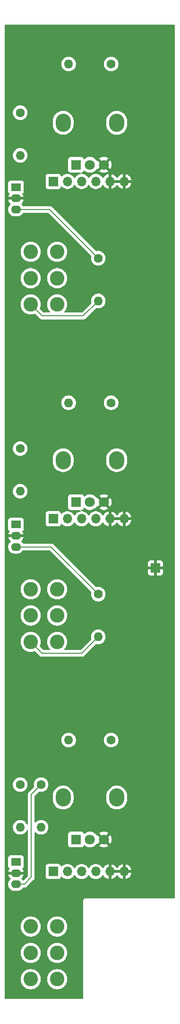
<source format=gtl>
%TF.GenerationSoftware,KiCad,Pcbnew,9.0.0*%
%TF.CreationDate,2025-03-16T11:10:09+01:00*%
%TF.ProjectId,DMH_Tripple_VCA_PCB_2,444d485f-5472-4697-9070-6c655f564341,1*%
%TF.SameCoordinates,Original*%
%TF.FileFunction,Copper,L1,Top*%
%TF.FilePolarity,Positive*%
%FSLAX46Y46*%
G04 Gerber Fmt 4.6, Leading zero omitted, Abs format (unit mm)*
G04 Created by KiCad (PCBNEW 9.0.0) date 2025-03-16 11:10:09*
%MOMM*%
%LPD*%
G01*
G04 APERTURE LIST*
%TA.AperFunction,ComponentPad*%
%ADD10C,1.600000*%
%TD*%
%TA.AperFunction,ComponentPad*%
%ADD11O,1.600000X1.600000*%
%TD*%
%TA.AperFunction,ComponentPad*%
%ADD12O,2.720000X3.240000*%
%TD*%
%TA.AperFunction,ComponentPad*%
%ADD13R,1.800000X1.800000*%
%TD*%
%TA.AperFunction,ComponentPad*%
%ADD14C,1.800000*%
%TD*%
%TA.AperFunction,ComponentPad*%
%ADD15R,1.700000X1.700000*%
%TD*%
%TA.AperFunction,ComponentPad*%
%ADD16R,1.800000X1.400000*%
%TD*%
%TA.AperFunction,ComponentPad*%
%ADD17O,1.800000X1.400000*%
%TD*%
%TA.AperFunction,ComponentPad*%
%ADD18C,2.600000*%
%TD*%
%TA.AperFunction,ComponentPad*%
%ADD19O,1.700000X1.700000*%
%TD*%
%TA.AperFunction,Conductor*%
%ADD20C,0.200000*%
%TD*%
G04 APERTURE END LIST*
D10*
%TO.P,R55,1*%
%TO.N,Net-(R55-Pad1)*%
X87060000Y-170750000D03*
D11*
%TO.P,R55,2*%
%TO.N,+12V*%
X79440000Y-170750000D03*
%TD*%
D12*
%TO.P,RV6,*%
%TO.N,*%
X78450000Y-181000000D03*
X88050000Y-181000000D03*
D13*
%TO.P,RV6,1,1*%
%TO.N,Net-(R55-Pad1)*%
X80750000Y-188500000D03*
D14*
%TO.P,RV6,2,2*%
%TO.N,/Inputs and Outputs/Offset C Pot*%
X83250000Y-188500000D03*
%TO.P,RV6,3,3*%
%TO.N,GND*%
X85750000Y-188500000D03*
%TD*%
D10*
%TO.P,R61,1*%
%TO.N,Net-(D8-A1)*%
X70750000Y-178690000D03*
D11*
%TO.P,R61,2*%
%TO.N,Net-(R61-Pad2)*%
X70750000Y-186310000D03*
%TD*%
D10*
%TO.P,R57,1*%
%TO.N,Net-(D6-A1)*%
X70750000Y-58690000D03*
D11*
%TO.P,R57,2*%
%TO.N,Net-(R57-Pad2)*%
X70750000Y-66310000D03*
%TD*%
D15*
%TO.P,J0,1,Pin_1*%
%TO.N,GND*%
X95000000Y-140000000D03*
%TD*%
D10*
%TO.P,R58,1*%
%TO.N,Net-(D7-A2)*%
X84750000Y-144690000D03*
D11*
%TO.P,R58,2*%
%TO.N,Net-(R58-Pad2)*%
X84750000Y-152310000D03*
%TD*%
D16*
%TO.P,D7,1,A1*%
%TO.N,Net-(D7-A1)*%
X70000000Y-132250000D03*
D17*
%TO.P,D7,2,K*%
%TO.N,GND*%
X70000000Y-134250000D03*
%TO.P,D7,3,A2*%
%TO.N,Net-(D7-A2)*%
X70000000Y-136250000D03*
%TD*%
D10*
%TO.P,R53,1*%
%TO.N,Net-(R53-Pad1)*%
X87060000Y-50000000D03*
D11*
%TO.P,R53,2*%
%TO.N,+12V*%
X79440000Y-50000000D03*
%TD*%
D18*
%TO.P,SW3,1,A*%
%TO.N,/Inputs and Outputs/Mute C Switch*%
X77375000Y-204050000D03*
%TO.P,SW3,2,B*%
%TO.N,/Inputs and Outputs/Output C Jack*%
X77375000Y-208750000D03*
%TO.P,SW3,3,C*%
%TO.N,unconnected-(SW3-C-Pad3)*%
X77375000Y-213450000D03*
%TO.P,SW3,4,A*%
%TO.N,Net-(R61-Pad2)*%
X72625000Y-204050000D03*
%TO.P,SW3,5,B*%
%TO.N,+12V*%
X72625000Y-208750000D03*
%TO.P,SW3,6,C*%
%TO.N,Net-(R60-Pad2)*%
X72625000Y-213450000D03*
%TD*%
D16*
%TO.P,D8,1,A1*%
%TO.N,Net-(D8-A1)*%
X70000000Y-192500000D03*
D17*
%TO.P,D8,2,K*%
%TO.N,GND*%
X70000000Y-194500000D03*
%TO.P,D8,3,A2*%
%TO.N,Net-(D8-A2)*%
X70000000Y-196500000D03*
%TD*%
D12*
%TO.P,RV4,*%
%TO.N,*%
X78450000Y-60500000D03*
X88050000Y-60500000D03*
D13*
%TO.P,RV4,1,1*%
%TO.N,Net-(R53-Pad1)*%
X80750000Y-68000000D03*
D14*
%TO.P,RV4,2,2*%
%TO.N,/Inputs and Outputs/Offset A Pot*%
X83250000Y-68000000D03*
%TO.P,RV4,3,3*%
%TO.N,GND*%
X85750000Y-68000000D03*
%TD*%
D10*
%TO.P,R54,1*%
%TO.N,Net-(R54-Pad1)*%
X87060000Y-110500000D03*
D11*
%TO.P,R54,2*%
%TO.N,+12V*%
X79440000Y-110500000D03*
%TD*%
D18*
%TO.P,SW2,1,A*%
%TO.N,/Inputs and Outputs/Mute B Switch*%
X77375000Y-143800000D03*
%TO.P,SW2,2,B*%
%TO.N,/Inputs and Outputs/Output B Jack*%
X77375000Y-148500000D03*
%TO.P,SW2,3,C*%
%TO.N,unconnected-(SW2-C-Pad3)*%
X77375000Y-153200000D03*
%TO.P,SW2,4,A*%
%TO.N,Net-(R59-Pad2)*%
X72625000Y-143800000D03*
%TO.P,SW2,5,B*%
%TO.N,+12V*%
X72625000Y-148500000D03*
%TO.P,SW2,6,C*%
%TO.N,Net-(R58-Pad2)*%
X72625000Y-153200000D03*
%TD*%
D16*
%TO.P,D6,1,A1*%
%TO.N,Net-(D6-A1)*%
X70000000Y-72000000D03*
D17*
%TO.P,D6,2,K*%
%TO.N,GND*%
X70000000Y-74000000D03*
%TO.P,D6,3,A2*%
%TO.N,Net-(D6-A2)*%
X70000000Y-76000000D03*
%TD*%
D10*
%TO.P,R59,1*%
%TO.N,Net-(D7-A1)*%
X70750000Y-118690000D03*
D11*
%TO.P,R59,2*%
%TO.N,Net-(R59-Pad2)*%
X70750000Y-126310000D03*
%TD*%
D18*
%TO.P,SW1,1,A*%
%TO.N,/Inputs and Outputs/Mute A Switch*%
X77375000Y-83550000D03*
%TO.P,SW1,2,B*%
%TO.N,/Inputs and Outputs/Output A Jack*%
X77375000Y-88250000D03*
%TO.P,SW1,3,C*%
%TO.N,unconnected-(SW1-C-Pad3)*%
X77375000Y-92950000D03*
%TO.P,SW1,4,A*%
%TO.N,Net-(R57-Pad2)*%
X72625000Y-83550000D03*
%TO.P,SW1,5,B*%
%TO.N,+12V*%
X72625000Y-88250000D03*
%TO.P,SW1,6,C*%
%TO.N,Net-(R56-Pad2)*%
X72625000Y-92950000D03*
%TD*%
D10*
%TO.P,R60,1*%
%TO.N,Net-(D8-A2)*%
X74500000Y-178690000D03*
D11*
%TO.P,R60,2*%
%TO.N,Net-(R60-Pad2)*%
X74500000Y-186310000D03*
%TD*%
D12*
%TO.P,RV5,*%
%TO.N,*%
X78450000Y-120750000D03*
X88050000Y-120750000D03*
D13*
%TO.P,RV5,1,1*%
%TO.N,Net-(R54-Pad1)*%
X80750000Y-128250000D03*
D14*
%TO.P,RV5,2,2*%
%TO.N,/Inputs and Outputs/Offset B Pot*%
X83250000Y-128250000D03*
%TO.P,RV5,3,3*%
%TO.N,GND*%
X85750000Y-128250000D03*
%TD*%
D10*
%TO.P,R56,1*%
%TO.N,Net-(D6-A2)*%
X84750000Y-84690000D03*
D11*
%TO.P,R56,2*%
%TO.N,Net-(R56-Pad2)*%
X84750000Y-92310000D03*
%TD*%
D15*
%TO.P,J60,1,Pin_1*%
%TO.N,+12V*%
X76675000Y-131225000D03*
D19*
%TO.P,J60,2,Pin_2*%
%TO.N,/Inputs and Outputs/Mute B Switch*%
X79215000Y-131225000D03*
%TO.P,J60,3,Pin_3*%
%TO.N,/Inputs and Outputs/Output B Jack*%
X81755000Y-131225000D03*
%TO.P,J60,4,Pin_4*%
%TO.N,/Inputs and Outputs/Offset B Pot*%
X84295000Y-131225000D03*
%TO.P,J60,5,Pin_5*%
%TO.N,GND*%
X86835000Y-131225000D03*
%TO.P,J60,6,Pin_6*%
X89375000Y-131225000D03*
%TD*%
D15*
%TO.P,J70,1,Pin_1*%
%TO.N,+12V*%
X76675000Y-194225000D03*
D19*
%TO.P,J70,2,Pin_2*%
%TO.N,/Inputs and Outputs/Mute C Switch*%
X79215000Y-194225000D03*
%TO.P,J70,3,Pin_3*%
%TO.N,/Inputs and Outputs/Output C Jack*%
X81755000Y-194225000D03*
%TO.P,J70,4,Pin_4*%
%TO.N,/Inputs and Outputs/Offset C Pot*%
X84295000Y-194225000D03*
%TO.P,J70,5,Pin_5*%
%TO.N,GND*%
X86835000Y-194225000D03*
%TO.P,J70,6,Pin_6*%
X89375000Y-194225000D03*
%TD*%
D15*
%TO.P,J50,1,Pin_1*%
%TO.N,+12V*%
X76675000Y-70975000D03*
D19*
%TO.P,J50,2,Pin_2*%
%TO.N,/Inputs and Outputs/Mute A Switch*%
X79215000Y-70975000D03*
%TO.P,J50,3,Pin_3*%
%TO.N,/Inputs and Outputs/Output A Jack*%
X81755000Y-70975000D03*
%TO.P,J50,4,Pin_4*%
%TO.N,/Inputs and Outputs/Offset A Pot*%
X84295000Y-70975000D03*
%TO.P,J50,5,Pin_5*%
%TO.N,GND*%
X86835000Y-70975000D03*
%TO.P,J50,6,Pin_6*%
X89375000Y-70975000D03*
%TD*%
D20*
%TO.N,Net-(D6-A2)*%
X70000000Y-76000000D02*
X76060000Y-76000000D01*
X76060000Y-76000000D02*
X84750000Y-84690000D01*
%TO.N,Net-(D7-A2)*%
X70000000Y-136250000D02*
X76310000Y-136250000D01*
X76310000Y-136250000D02*
X84750000Y-144690000D01*
%TO.N,Net-(D8-A2)*%
X74500000Y-178690000D02*
X72750000Y-180440000D01*
X72750000Y-195250000D02*
X71500000Y-196500000D01*
X72750000Y-180440000D02*
X72750000Y-195250000D01*
X71500000Y-196500000D02*
X70000000Y-196500000D01*
%TO.N,Net-(R56-Pad2)*%
X74675000Y-95000000D02*
X72625000Y-92950000D01*
X82060000Y-95000000D02*
X74675000Y-95000000D01*
X84750000Y-92310000D02*
X82060000Y-95000000D01*
%TO.N,Net-(R58-Pad2)*%
X74675000Y-155250000D02*
X81810000Y-155250000D01*
X81810000Y-155250000D02*
X84750000Y-152310000D01*
X72625000Y-153200000D02*
X74675000Y-155250000D01*
%TD*%
%TA.AperFunction,Conductor*%
%TO.N,GND*%
G36*
X88909075Y-194032007D02*
G01*
X88875000Y-194159174D01*
X88875000Y-194290826D01*
X88909075Y-194417993D01*
X88941988Y-194475000D01*
X87268012Y-194475000D01*
X87300925Y-194417993D01*
X87335000Y-194290826D01*
X87335000Y-194159174D01*
X87300925Y-194032007D01*
X87268012Y-193975000D01*
X88941988Y-193975000D01*
X88909075Y-194032007D01*
G37*
%TD.AperFunction*%
%TA.AperFunction,Conductor*%
G36*
X88909075Y-131032007D02*
G01*
X88875000Y-131159174D01*
X88875000Y-131290826D01*
X88909075Y-131417993D01*
X88941988Y-131475000D01*
X87268012Y-131475000D01*
X87300925Y-131417993D01*
X87335000Y-131290826D01*
X87335000Y-131159174D01*
X87300925Y-131032007D01*
X87268012Y-130975000D01*
X88941988Y-130975000D01*
X88909075Y-131032007D01*
G37*
%TD.AperFunction*%
%TA.AperFunction,Conductor*%
G36*
X88909075Y-70782007D02*
G01*
X88875000Y-70909174D01*
X88875000Y-71040826D01*
X88909075Y-71167993D01*
X88941988Y-71225000D01*
X87268012Y-71225000D01*
X87300925Y-71167993D01*
X87335000Y-71040826D01*
X87335000Y-70909174D01*
X87300925Y-70782007D01*
X87268012Y-70725000D01*
X88941988Y-70725000D01*
X88909075Y-70782007D01*
G37*
%TD.AperFunction*%
%TA.AperFunction,Conductor*%
G36*
X98442539Y-43020185D02*
G01*
X98488294Y-43072989D01*
X98499500Y-43124500D01*
X98499500Y-198875500D01*
X98479815Y-198942539D01*
X98427011Y-198988294D01*
X98375500Y-198999500D01*
X82434108Y-198999500D01*
X82306812Y-199033608D01*
X82192686Y-199099500D01*
X82192683Y-199099502D01*
X82099502Y-199192683D01*
X82099500Y-199192686D01*
X82033608Y-199306812D01*
X81999500Y-199434108D01*
X81999500Y-216875500D01*
X81979815Y-216942539D01*
X81927011Y-216988294D01*
X81875500Y-216999500D01*
X68124500Y-216999500D01*
X68057461Y-216979815D01*
X68011706Y-216927011D01*
X68000500Y-216875500D01*
X68000500Y-213331995D01*
X70824500Y-213331995D01*
X70824500Y-213568004D01*
X70824501Y-213568020D01*
X70855306Y-213802010D01*
X70916394Y-214029993D01*
X71006714Y-214248045D01*
X71006719Y-214248056D01*
X71077677Y-214370957D01*
X71124727Y-214452450D01*
X71124729Y-214452453D01*
X71124730Y-214452454D01*
X71268406Y-214639697D01*
X71268412Y-214639704D01*
X71435295Y-214806587D01*
X71435301Y-214806592D01*
X71622550Y-214950273D01*
X71753918Y-215026118D01*
X71826943Y-215068280D01*
X71826948Y-215068282D01*
X71826951Y-215068284D01*
X72045007Y-215158606D01*
X72272986Y-215219693D01*
X72506989Y-215250500D01*
X72506996Y-215250500D01*
X72743004Y-215250500D01*
X72743011Y-215250500D01*
X72977014Y-215219693D01*
X73204993Y-215158606D01*
X73423049Y-215068284D01*
X73627450Y-214950273D01*
X73814699Y-214806592D01*
X73981592Y-214639699D01*
X74125273Y-214452450D01*
X74243284Y-214248049D01*
X74333606Y-214029993D01*
X74394693Y-213802014D01*
X74425500Y-213568011D01*
X74425500Y-213331995D01*
X75574500Y-213331995D01*
X75574500Y-213568004D01*
X75574501Y-213568020D01*
X75605306Y-213802010D01*
X75666394Y-214029993D01*
X75756714Y-214248045D01*
X75756719Y-214248056D01*
X75827677Y-214370957D01*
X75874727Y-214452450D01*
X75874729Y-214452453D01*
X75874730Y-214452454D01*
X76018406Y-214639697D01*
X76018412Y-214639704D01*
X76185295Y-214806587D01*
X76185301Y-214806592D01*
X76372550Y-214950273D01*
X76503918Y-215026118D01*
X76576943Y-215068280D01*
X76576948Y-215068282D01*
X76576951Y-215068284D01*
X76795007Y-215158606D01*
X77022986Y-215219693D01*
X77256989Y-215250500D01*
X77256996Y-215250500D01*
X77493004Y-215250500D01*
X77493011Y-215250500D01*
X77727014Y-215219693D01*
X77954993Y-215158606D01*
X78173049Y-215068284D01*
X78377450Y-214950273D01*
X78564699Y-214806592D01*
X78731592Y-214639699D01*
X78875273Y-214452450D01*
X78993284Y-214248049D01*
X79083606Y-214029993D01*
X79144693Y-213802014D01*
X79175500Y-213568011D01*
X79175500Y-213331989D01*
X79144693Y-213097986D01*
X79083606Y-212870007D01*
X78993284Y-212651951D01*
X78993282Y-212651948D01*
X78993280Y-212651943D01*
X78951118Y-212578918D01*
X78875273Y-212447550D01*
X78731592Y-212260301D01*
X78731587Y-212260295D01*
X78564704Y-212093412D01*
X78564697Y-212093406D01*
X78377454Y-211949730D01*
X78377453Y-211949729D01*
X78377450Y-211949727D01*
X78295957Y-211902677D01*
X78173056Y-211831719D01*
X78173045Y-211831714D01*
X77954993Y-211741394D01*
X77727010Y-211680306D01*
X77493020Y-211649501D01*
X77493017Y-211649500D01*
X77493011Y-211649500D01*
X77256989Y-211649500D01*
X77256983Y-211649500D01*
X77256979Y-211649501D01*
X77022989Y-211680306D01*
X76795006Y-211741394D01*
X76576954Y-211831714D01*
X76576943Y-211831719D01*
X76372545Y-211949730D01*
X76185302Y-212093406D01*
X76185295Y-212093412D01*
X76018412Y-212260295D01*
X76018406Y-212260302D01*
X75874730Y-212447545D01*
X75756719Y-212651943D01*
X75756714Y-212651954D01*
X75666394Y-212870006D01*
X75605306Y-213097989D01*
X75574501Y-213331979D01*
X75574500Y-213331995D01*
X74425500Y-213331995D01*
X74425500Y-213331989D01*
X74394693Y-213097986D01*
X74333606Y-212870007D01*
X74243284Y-212651951D01*
X74243282Y-212651948D01*
X74243280Y-212651943D01*
X74201118Y-212578918D01*
X74125273Y-212447550D01*
X73981592Y-212260301D01*
X73981587Y-212260295D01*
X73814704Y-212093412D01*
X73814697Y-212093406D01*
X73627454Y-211949730D01*
X73627453Y-211949729D01*
X73627450Y-211949727D01*
X73545957Y-211902677D01*
X73423056Y-211831719D01*
X73423045Y-211831714D01*
X73204993Y-211741394D01*
X72977010Y-211680306D01*
X72743020Y-211649501D01*
X72743017Y-211649500D01*
X72743011Y-211649500D01*
X72506989Y-211649500D01*
X72506983Y-211649500D01*
X72506979Y-211649501D01*
X72272989Y-211680306D01*
X72045006Y-211741394D01*
X71826954Y-211831714D01*
X71826943Y-211831719D01*
X71622545Y-211949730D01*
X71435302Y-212093406D01*
X71435295Y-212093412D01*
X71268412Y-212260295D01*
X71268406Y-212260302D01*
X71124730Y-212447545D01*
X71006719Y-212651943D01*
X71006714Y-212651954D01*
X70916394Y-212870006D01*
X70855306Y-213097989D01*
X70824501Y-213331979D01*
X70824500Y-213331995D01*
X68000500Y-213331995D01*
X68000500Y-208631995D01*
X70824500Y-208631995D01*
X70824500Y-208868004D01*
X70824501Y-208868020D01*
X70855306Y-209102010D01*
X70916394Y-209329993D01*
X71006714Y-209548045D01*
X71006719Y-209548056D01*
X71077677Y-209670957D01*
X71124727Y-209752450D01*
X71124729Y-209752453D01*
X71124730Y-209752454D01*
X71268406Y-209939697D01*
X71268412Y-209939704D01*
X71435295Y-210106587D01*
X71435301Y-210106592D01*
X71622550Y-210250273D01*
X71753918Y-210326118D01*
X71826943Y-210368280D01*
X71826948Y-210368282D01*
X71826951Y-210368284D01*
X72045007Y-210458606D01*
X72272986Y-210519693D01*
X72506989Y-210550500D01*
X72506996Y-210550500D01*
X72743004Y-210550500D01*
X72743011Y-210550500D01*
X72977014Y-210519693D01*
X73204993Y-210458606D01*
X73423049Y-210368284D01*
X73627450Y-210250273D01*
X73814699Y-210106592D01*
X73981592Y-209939699D01*
X74125273Y-209752450D01*
X74243284Y-209548049D01*
X74333606Y-209329993D01*
X74394693Y-209102014D01*
X74425500Y-208868011D01*
X74425500Y-208631995D01*
X75574500Y-208631995D01*
X75574500Y-208868004D01*
X75574501Y-208868020D01*
X75605306Y-209102010D01*
X75666394Y-209329993D01*
X75756714Y-209548045D01*
X75756719Y-209548056D01*
X75827677Y-209670957D01*
X75874727Y-209752450D01*
X75874729Y-209752453D01*
X75874730Y-209752454D01*
X76018406Y-209939697D01*
X76018412Y-209939704D01*
X76185295Y-210106587D01*
X76185301Y-210106592D01*
X76372550Y-210250273D01*
X76503918Y-210326118D01*
X76576943Y-210368280D01*
X76576948Y-210368282D01*
X76576951Y-210368284D01*
X76795007Y-210458606D01*
X77022986Y-210519693D01*
X77256989Y-210550500D01*
X77256996Y-210550500D01*
X77493004Y-210550500D01*
X77493011Y-210550500D01*
X77727014Y-210519693D01*
X77954993Y-210458606D01*
X78173049Y-210368284D01*
X78377450Y-210250273D01*
X78564699Y-210106592D01*
X78731592Y-209939699D01*
X78875273Y-209752450D01*
X78993284Y-209548049D01*
X79083606Y-209329993D01*
X79144693Y-209102014D01*
X79175500Y-208868011D01*
X79175500Y-208631989D01*
X79144693Y-208397986D01*
X79083606Y-208170007D01*
X78993284Y-207951951D01*
X78993282Y-207951948D01*
X78993280Y-207951943D01*
X78951118Y-207878918D01*
X78875273Y-207747550D01*
X78731592Y-207560301D01*
X78731587Y-207560295D01*
X78564704Y-207393412D01*
X78564697Y-207393406D01*
X78377454Y-207249730D01*
X78377453Y-207249729D01*
X78377450Y-207249727D01*
X78295957Y-207202677D01*
X78173056Y-207131719D01*
X78173045Y-207131714D01*
X77954993Y-207041394D01*
X77727010Y-206980306D01*
X77493020Y-206949501D01*
X77493017Y-206949500D01*
X77493011Y-206949500D01*
X77256989Y-206949500D01*
X77256983Y-206949500D01*
X77256979Y-206949501D01*
X77022989Y-206980306D01*
X76795006Y-207041394D01*
X76576954Y-207131714D01*
X76576943Y-207131719D01*
X76372545Y-207249730D01*
X76185302Y-207393406D01*
X76185295Y-207393412D01*
X76018412Y-207560295D01*
X76018406Y-207560302D01*
X75874730Y-207747545D01*
X75756719Y-207951943D01*
X75756714Y-207951954D01*
X75666394Y-208170006D01*
X75605306Y-208397989D01*
X75574501Y-208631979D01*
X75574500Y-208631995D01*
X74425500Y-208631995D01*
X74425500Y-208631989D01*
X74394693Y-208397986D01*
X74333606Y-208170007D01*
X74243284Y-207951951D01*
X74243282Y-207951948D01*
X74243280Y-207951943D01*
X74201118Y-207878918D01*
X74125273Y-207747550D01*
X73981592Y-207560301D01*
X73981587Y-207560295D01*
X73814704Y-207393412D01*
X73814697Y-207393406D01*
X73627454Y-207249730D01*
X73627453Y-207249729D01*
X73627450Y-207249727D01*
X73545957Y-207202677D01*
X73423056Y-207131719D01*
X73423045Y-207131714D01*
X73204993Y-207041394D01*
X72977010Y-206980306D01*
X72743020Y-206949501D01*
X72743017Y-206949500D01*
X72743011Y-206949500D01*
X72506989Y-206949500D01*
X72506983Y-206949500D01*
X72506979Y-206949501D01*
X72272989Y-206980306D01*
X72045006Y-207041394D01*
X71826954Y-207131714D01*
X71826943Y-207131719D01*
X71622545Y-207249730D01*
X71435302Y-207393406D01*
X71435295Y-207393412D01*
X71268412Y-207560295D01*
X71268406Y-207560302D01*
X71124730Y-207747545D01*
X71006719Y-207951943D01*
X71006714Y-207951954D01*
X70916394Y-208170006D01*
X70855306Y-208397989D01*
X70824501Y-208631979D01*
X70824500Y-208631995D01*
X68000500Y-208631995D01*
X68000500Y-203931995D01*
X70824500Y-203931995D01*
X70824500Y-204168004D01*
X70824501Y-204168020D01*
X70855306Y-204402010D01*
X70916394Y-204629993D01*
X71006714Y-204848045D01*
X71006719Y-204848056D01*
X71077677Y-204970957D01*
X71124727Y-205052450D01*
X71124729Y-205052453D01*
X71124730Y-205052454D01*
X71268406Y-205239697D01*
X71268412Y-205239704D01*
X71435295Y-205406587D01*
X71435301Y-205406592D01*
X71622550Y-205550273D01*
X71753918Y-205626118D01*
X71826943Y-205668280D01*
X71826948Y-205668282D01*
X71826951Y-205668284D01*
X72045007Y-205758606D01*
X72272986Y-205819693D01*
X72506989Y-205850500D01*
X72506996Y-205850500D01*
X72743004Y-205850500D01*
X72743011Y-205850500D01*
X72977014Y-205819693D01*
X73204993Y-205758606D01*
X73423049Y-205668284D01*
X73627450Y-205550273D01*
X73814699Y-205406592D01*
X73981592Y-205239699D01*
X74125273Y-205052450D01*
X74243284Y-204848049D01*
X74333606Y-204629993D01*
X74394693Y-204402014D01*
X74425500Y-204168011D01*
X74425500Y-203931995D01*
X75574500Y-203931995D01*
X75574500Y-204168004D01*
X75574501Y-204168020D01*
X75605306Y-204402010D01*
X75666394Y-204629993D01*
X75756714Y-204848045D01*
X75756719Y-204848056D01*
X75827677Y-204970957D01*
X75874727Y-205052450D01*
X75874729Y-205052453D01*
X75874730Y-205052454D01*
X76018406Y-205239697D01*
X76018412Y-205239704D01*
X76185295Y-205406587D01*
X76185301Y-205406592D01*
X76372550Y-205550273D01*
X76503918Y-205626118D01*
X76576943Y-205668280D01*
X76576948Y-205668282D01*
X76576951Y-205668284D01*
X76795007Y-205758606D01*
X77022986Y-205819693D01*
X77256989Y-205850500D01*
X77256996Y-205850500D01*
X77493004Y-205850500D01*
X77493011Y-205850500D01*
X77727014Y-205819693D01*
X77954993Y-205758606D01*
X78173049Y-205668284D01*
X78377450Y-205550273D01*
X78564699Y-205406592D01*
X78731592Y-205239699D01*
X78875273Y-205052450D01*
X78993284Y-204848049D01*
X79083606Y-204629993D01*
X79144693Y-204402014D01*
X79175500Y-204168011D01*
X79175500Y-203931989D01*
X79144693Y-203697986D01*
X79083606Y-203470007D01*
X78993284Y-203251951D01*
X78993282Y-203251948D01*
X78993280Y-203251943D01*
X78951118Y-203178918D01*
X78875273Y-203047550D01*
X78731592Y-202860301D01*
X78731587Y-202860295D01*
X78564704Y-202693412D01*
X78564697Y-202693406D01*
X78377454Y-202549730D01*
X78377453Y-202549729D01*
X78377450Y-202549727D01*
X78295957Y-202502677D01*
X78173056Y-202431719D01*
X78173045Y-202431714D01*
X77954993Y-202341394D01*
X77727010Y-202280306D01*
X77493020Y-202249501D01*
X77493017Y-202249500D01*
X77493011Y-202249500D01*
X77256989Y-202249500D01*
X77256983Y-202249500D01*
X77256979Y-202249501D01*
X77022989Y-202280306D01*
X76795006Y-202341394D01*
X76576954Y-202431714D01*
X76576943Y-202431719D01*
X76372545Y-202549730D01*
X76185302Y-202693406D01*
X76185295Y-202693412D01*
X76018412Y-202860295D01*
X76018406Y-202860302D01*
X75874730Y-203047545D01*
X75756719Y-203251943D01*
X75756714Y-203251954D01*
X75666394Y-203470006D01*
X75605306Y-203697989D01*
X75574501Y-203931979D01*
X75574500Y-203931995D01*
X74425500Y-203931995D01*
X74425500Y-203931989D01*
X74394693Y-203697986D01*
X74333606Y-203470007D01*
X74243284Y-203251951D01*
X74243282Y-203251948D01*
X74243280Y-203251943D01*
X74201118Y-203178918D01*
X74125273Y-203047550D01*
X73981592Y-202860301D01*
X73981587Y-202860295D01*
X73814704Y-202693412D01*
X73814697Y-202693406D01*
X73627454Y-202549730D01*
X73627453Y-202549729D01*
X73627450Y-202549727D01*
X73545957Y-202502677D01*
X73423056Y-202431719D01*
X73423045Y-202431714D01*
X73204993Y-202341394D01*
X72977010Y-202280306D01*
X72743020Y-202249501D01*
X72743017Y-202249500D01*
X72743011Y-202249500D01*
X72506989Y-202249500D01*
X72506983Y-202249500D01*
X72506979Y-202249501D01*
X72272989Y-202280306D01*
X72045006Y-202341394D01*
X71826954Y-202431714D01*
X71826943Y-202431719D01*
X71622545Y-202549730D01*
X71435302Y-202693406D01*
X71435295Y-202693412D01*
X71268412Y-202860295D01*
X71268406Y-202860302D01*
X71124730Y-203047545D01*
X71006719Y-203251943D01*
X71006714Y-203251954D01*
X70916394Y-203470006D01*
X70855306Y-203697989D01*
X70824501Y-203931979D01*
X70824500Y-203931995D01*
X68000500Y-203931995D01*
X68000500Y-191752135D01*
X68599500Y-191752135D01*
X68599500Y-193247870D01*
X68599501Y-193247876D01*
X68605908Y-193307483D01*
X68656202Y-193442328D01*
X68656206Y-193442335D01*
X68718798Y-193525946D01*
X68742454Y-193557546D01*
X68812352Y-193609872D01*
X68854222Y-193665804D01*
X68859206Y-193735496D01*
X68838359Y-193782021D01*
X68773669Y-193871060D01*
X68687914Y-194039362D01*
X68629548Y-194218997D01*
X68624638Y-194250000D01*
X69624722Y-194250000D01*
X69580667Y-194326306D01*
X69550000Y-194440756D01*
X69550000Y-194559244D01*
X69580667Y-194673694D01*
X69624722Y-194750000D01*
X68624638Y-194750000D01*
X68629548Y-194781002D01*
X68687914Y-194960637D01*
X68773670Y-195128940D01*
X68884685Y-195281741D01*
X68884689Y-195281746D01*
X69014909Y-195411966D01*
X69048394Y-195473289D01*
X69043410Y-195542981D01*
X69014909Y-195587328D01*
X68884312Y-195717924D01*
X68884312Y-195717925D01*
X68884310Y-195717927D01*
X68884308Y-195717930D01*
X68773240Y-195870800D01*
X68687454Y-196039163D01*
X68629059Y-196218881D01*
X68599500Y-196405513D01*
X68599500Y-196594486D01*
X68629059Y-196781118D01*
X68687454Y-196960836D01*
X68762284Y-197107696D01*
X68773240Y-197129199D01*
X68884310Y-197282073D01*
X69017927Y-197415690D01*
X69170801Y-197526760D01*
X69250347Y-197567290D01*
X69339163Y-197612545D01*
X69339165Y-197612545D01*
X69339168Y-197612547D01*
X69435497Y-197643846D01*
X69518881Y-197670940D01*
X69705514Y-197700500D01*
X69705519Y-197700500D01*
X70294486Y-197700500D01*
X70481118Y-197670940D01*
X70660832Y-197612547D01*
X70829199Y-197526760D01*
X70982073Y-197415690D01*
X71115690Y-197282073D01*
X71210475Y-197151613D01*
X71214806Y-197148273D01*
X71217079Y-197143297D01*
X71242178Y-197127166D01*
X71265804Y-197108949D01*
X71272475Y-197107696D01*
X71275857Y-197105523D01*
X71310792Y-197100500D01*
X71413331Y-197100500D01*
X71413347Y-197100501D01*
X71420943Y-197100501D01*
X71579054Y-197100501D01*
X71579057Y-197100501D01*
X71731785Y-197059577D01*
X71781904Y-197030639D01*
X71868716Y-196980520D01*
X71980520Y-196868716D01*
X71980520Y-196868714D01*
X71990728Y-196858507D01*
X71990730Y-196858504D01*
X73108506Y-195740728D01*
X73108511Y-195740724D01*
X73118714Y-195730520D01*
X73118716Y-195730520D01*
X73230520Y-195618716D01*
X73288208Y-195518796D01*
X73309577Y-195481785D01*
X73350501Y-195329057D01*
X73350501Y-195170943D01*
X73350501Y-195163348D01*
X73350500Y-195163330D01*
X73350500Y-193327135D01*
X75324500Y-193327135D01*
X75324500Y-195122870D01*
X75324501Y-195122876D01*
X75330908Y-195182483D01*
X75381202Y-195317328D01*
X75381206Y-195317335D01*
X75467452Y-195432544D01*
X75467455Y-195432547D01*
X75582664Y-195518793D01*
X75582671Y-195518797D01*
X75717517Y-195569091D01*
X75717516Y-195569091D01*
X75724444Y-195569835D01*
X75777127Y-195575500D01*
X77572872Y-195575499D01*
X77632483Y-195569091D01*
X77767331Y-195518796D01*
X77882546Y-195432546D01*
X77968796Y-195317331D01*
X78017810Y-195185916D01*
X78059681Y-195129984D01*
X78125145Y-195105566D01*
X78193418Y-195120417D01*
X78221673Y-195141569D01*
X78335213Y-195255109D01*
X78507179Y-195380048D01*
X78507181Y-195380049D01*
X78507184Y-195380051D01*
X78696588Y-195476557D01*
X78898757Y-195542246D01*
X79108713Y-195575500D01*
X79108714Y-195575500D01*
X79321286Y-195575500D01*
X79321287Y-195575500D01*
X79531243Y-195542246D01*
X79733412Y-195476557D01*
X79922816Y-195380051D01*
X80009138Y-195317335D01*
X80094786Y-195255109D01*
X80094788Y-195255106D01*
X80094792Y-195255104D01*
X80245104Y-195104792D01*
X80245106Y-195104788D01*
X80245109Y-195104786D01*
X80370048Y-194932820D01*
X80370047Y-194932820D01*
X80370051Y-194932816D01*
X80374514Y-194924054D01*
X80422488Y-194873259D01*
X80490308Y-194856463D01*
X80556444Y-194878999D01*
X80595486Y-194924056D01*
X80599951Y-194932820D01*
X80724890Y-195104786D01*
X80875213Y-195255109D01*
X81047179Y-195380048D01*
X81047181Y-195380049D01*
X81047184Y-195380051D01*
X81236588Y-195476557D01*
X81438757Y-195542246D01*
X81648713Y-195575500D01*
X81648714Y-195575500D01*
X81861286Y-195575500D01*
X81861287Y-195575500D01*
X82071243Y-195542246D01*
X82273412Y-195476557D01*
X82462816Y-195380051D01*
X82549138Y-195317335D01*
X82634786Y-195255109D01*
X82634788Y-195255106D01*
X82634792Y-195255104D01*
X82785104Y-195104792D01*
X82785106Y-195104788D01*
X82785109Y-195104786D01*
X82910048Y-194932820D01*
X82910047Y-194932820D01*
X82910051Y-194932816D01*
X82914514Y-194924054D01*
X82962488Y-194873259D01*
X83030308Y-194856463D01*
X83096444Y-194878999D01*
X83135486Y-194924056D01*
X83139951Y-194932820D01*
X83264890Y-195104786D01*
X83415213Y-195255109D01*
X83587179Y-195380048D01*
X83587181Y-195380049D01*
X83587184Y-195380051D01*
X83776588Y-195476557D01*
X83978757Y-195542246D01*
X84188713Y-195575500D01*
X84188714Y-195575500D01*
X84401286Y-195575500D01*
X84401287Y-195575500D01*
X84611243Y-195542246D01*
X84813412Y-195476557D01*
X85002816Y-195380051D01*
X85089138Y-195317335D01*
X85174786Y-195255109D01*
X85174788Y-195255106D01*
X85174792Y-195255104D01*
X85325104Y-195104792D01*
X85325106Y-195104788D01*
X85325109Y-195104786D01*
X85437566Y-194950000D01*
X85450051Y-194932816D01*
X85454793Y-194923508D01*
X85502763Y-194872711D01*
X85570583Y-194855911D01*
X85636719Y-194878445D01*
X85675763Y-194923500D01*
X85680377Y-194932555D01*
X85805272Y-195104459D01*
X85805276Y-195104464D01*
X85955535Y-195254723D01*
X85955540Y-195254727D01*
X86127442Y-195379620D01*
X86316782Y-195476095D01*
X86518871Y-195541757D01*
X86585000Y-195552231D01*
X86585000Y-194658012D01*
X86642007Y-194690925D01*
X86769174Y-194725000D01*
X86900826Y-194725000D01*
X87027993Y-194690925D01*
X87085000Y-194658012D01*
X87085000Y-195552230D01*
X87151126Y-195541757D01*
X87151129Y-195541757D01*
X87353217Y-195476095D01*
X87542557Y-195379620D01*
X87714459Y-195254727D01*
X87714464Y-195254723D01*
X87864723Y-195104464D01*
X87864727Y-195104459D01*
X87989620Y-194932558D01*
X87994514Y-194922954D01*
X88042488Y-194872157D01*
X88110308Y-194855361D01*
X88176444Y-194877897D01*
X88215486Y-194922954D01*
X88220379Y-194932558D01*
X88345272Y-195104459D01*
X88345276Y-195104464D01*
X88495535Y-195254723D01*
X88495540Y-195254727D01*
X88667442Y-195379620D01*
X88856782Y-195476095D01*
X89058871Y-195541757D01*
X89125000Y-195552231D01*
X89125000Y-194658012D01*
X89182007Y-194690925D01*
X89309174Y-194725000D01*
X89440826Y-194725000D01*
X89567993Y-194690925D01*
X89625000Y-194658012D01*
X89625000Y-195552230D01*
X89691126Y-195541757D01*
X89691129Y-195541757D01*
X89893217Y-195476095D01*
X90082557Y-195379620D01*
X90254459Y-195254727D01*
X90254464Y-195254723D01*
X90404723Y-195104464D01*
X90404727Y-195104459D01*
X90529620Y-194932557D01*
X90626095Y-194743217D01*
X90691757Y-194541129D01*
X90691757Y-194541126D01*
X90702231Y-194475000D01*
X89808012Y-194475000D01*
X89840925Y-194417993D01*
X89875000Y-194290826D01*
X89875000Y-194159174D01*
X89840925Y-194032007D01*
X89808012Y-193975000D01*
X90702231Y-193975000D01*
X90691757Y-193908873D01*
X90691757Y-193908870D01*
X90626095Y-193706782D01*
X90529620Y-193517442D01*
X90404727Y-193345540D01*
X90404723Y-193345535D01*
X90254464Y-193195276D01*
X90254459Y-193195272D01*
X90082557Y-193070379D01*
X89893215Y-192973903D01*
X89691124Y-192908241D01*
X89625000Y-192897768D01*
X89625000Y-193791988D01*
X89567993Y-193759075D01*
X89440826Y-193725000D01*
X89309174Y-193725000D01*
X89182007Y-193759075D01*
X89125000Y-193791988D01*
X89125000Y-192897768D01*
X89124999Y-192897768D01*
X89058875Y-192908241D01*
X88856784Y-192973903D01*
X88667442Y-193070379D01*
X88495540Y-193195272D01*
X88495535Y-193195276D01*
X88345276Y-193345535D01*
X88345272Y-193345540D01*
X88220377Y-193517444D01*
X88215484Y-193527048D01*
X88167509Y-193577844D01*
X88099688Y-193594638D01*
X88033553Y-193572100D01*
X87994516Y-193527048D01*
X87989622Y-193517444D01*
X87864727Y-193345540D01*
X87864723Y-193345535D01*
X87714464Y-193195276D01*
X87714459Y-193195272D01*
X87542557Y-193070379D01*
X87353215Y-192973903D01*
X87151124Y-192908241D01*
X87085000Y-192897768D01*
X87085000Y-193791988D01*
X87027993Y-193759075D01*
X86900826Y-193725000D01*
X86769174Y-193725000D01*
X86642007Y-193759075D01*
X86585000Y-193791988D01*
X86585000Y-192897768D01*
X86584999Y-192897768D01*
X86518875Y-192908241D01*
X86316784Y-192973903D01*
X86127442Y-193070379D01*
X85955540Y-193195272D01*
X85955535Y-193195276D01*
X85805276Y-193345535D01*
X85805272Y-193345540D01*
X85680378Y-193517443D01*
X85675762Y-193526502D01*
X85627784Y-193577295D01*
X85559963Y-193594087D01*
X85493829Y-193571546D01*
X85454794Y-193526493D01*
X85450051Y-193517184D01*
X85450049Y-193517181D01*
X85450048Y-193517179D01*
X85325109Y-193345213D01*
X85174786Y-193194890D01*
X85002820Y-193069951D01*
X84813414Y-192973444D01*
X84813413Y-192973443D01*
X84813412Y-192973443D01*
X84611243Y-192907754D01*
X84611241Y-192907753D01*
X84611240Y-192907753D01*
X84449957Y-192882208D01*
X84401287Y-192874500D01*
X84188713Y-192874500D01*
X84140042Y-192882208D01*
X83978760Y-192907753D01*
X83776585Y-192973444D01*
X83587179Y-193069951D01*
X83415213Y-193194890D01*
X83264890Y-193345213D01*
X83139949Y-193517182D01*
X83135484Y-193525946D01*
X83087509Y-193576742D01*
X83019688Y-193593536D01*
X82953553Y-193570998D01*
X82914516Y-193525946D01*
X82910050Y-193517182D01*
X82785109Y-193345213D01*
X82634786Y-193194890D01*
X82462820Y-193069951D01*
X82273414Y-192973444D01*
X82273413Y-192973443D01*
X82273412Y-192973443D01*
X82071243Y-192907754D01*
X82071241Y-192907753D01*
X82071240Y-192907753D01*
X81909957Y-192882208D01*
X81861287Y-192874500D01*
X81648713Y-192874500D01*
X81600042Y-192882208D01*
X81438760Y-192907753D01*
X81236585Y-192973444D01*
X81047179Y-193069951D01*
X80875213Y-193194890D01*
X80724890Y-193345213D01*
X80599949Y-193517182D01*
X80595484Y-193525946D01*
X80547509Y-193576742D01*
X80479688Y-193593536D01*
X80413553Y-193570998D01*
X80374516Y-193525946D01*
X80370050Y-193517182D01*
X80245109Y-193345213D01*
X80094786Y-193194890D01*
X79922820Y-193069951D01*
X79733414Y-192973444D01*
X79733413Y-192973443D01*
X79733412Y-192973443D01*
X79531243Y-192907754D01*
X79531241Y-192907753D01*
X79531240Y-192907753D01*
X79369957Y-192882208D01*
X79321287Y-192874500D01*
X79108713Y-192874500D01*
X79060042Y-192882208D01*
X78898760Y-192907753D01*
X78696585Y-192973444D01*
X78507179Y-193069951D01*
X78335215Y-193194889D01*
X78221673Y-193308431D01*
X78160350Y-193341915D01*
X78090658Y-193336931D01*
X78034725Y-193295059D01*
X78017810Y-193264082D01*
X77968797Y-193132671D01*
X77968793Y-193132664D01*
X77882547Y-193017455D01*
X77882544Y-193017452D01*
X77767335Y-192931206D01*
X77767328Y-192931202D01*
X77632482Y-192880908D01*
X77632483Y-192880908D01*
X77572883Y-192874501D01*
X77572881Y-192874500D01*
X77572873Y-192874500D01*
X77572864Y-192874500D01*
X75777129Y-192874500D01*
X75777123Y-192874501D01*
X75717516Y-192880908D01*
X75582671Y-192931202D01*
X75582664Y-192931206D01*
X75467455Y-193017452D01*
X75467452Y-193017455D01*
X75381206Y-193132664D01*
X75381202Y-193132671D01*
X75330908Y-193267517D01*
X75324501Y-193327116D01*
X75324500Y-193327135D01*
X73350500Y-193327135D01*
X73350500Y-187299047D01*
X73370185Y-187232008D01*
X73422989Y-187186253D01*
X73492147Y-187176309D01*
X73555703Y-187205334D01*
X73562181Y-187211366D01*
X73652786Y-187301971D01*
X73799339Y-187408446D01*
X73818390Y-187422287D01*
X73934198Y-187481294D01*
X74000776Y-187515218D01*
X74000778Y-187515218D01*
X74000781Y-187515220D01*
X74105137Y-187549127D01*
X74195465Y-187578477D01*
X74253324Y-187587641D01*
X74397648Y-187610500D01*
X74397649Y-187610500D01*
X74602351Y-187610500D01*
X74602352Y-187610500D01*
X74804534Y-187578477D01*
X74885606Y-187552135D01*
X79349500Y-187552135D01*
X79349500Y-189447870D01*
X79349501Y-189447876D01*
X79355908Y-189507483D01*
X79406202Y-189642328D01*
X79406206Y-189642335D01*
X79492452Y-189757544D01*
X79492455Y-189757547D01*
X79607664Y-189843793D01*
X79607671Y-189843797D01*
X79742517Y-189894091D01*
X79742516Y-189894091D01*
X79749444Y-189894835D01*
X79802127Y-189900500D01*
X81697872Y-189900499D01*
X81757483Y-189894091D01*
X81892331Y-189843796D01*
X82007546Y-189757546D01*
X82093796Y-189642331D01*
X82112735Y-189591554D01*
X82154606Y-189535620D01*
X82220070Y-189511202D01*
X82288343Y-189526053D01*
X82316598Y-189547205D01*
X82337636Y-189568243D01*
X82337641Y-189568247D01*
X82369721Y-189591554D01*
X82515978Y-189697815D01*
X82644375Y-189763237D01*
X82712393Y-189797895D01*
X82712396Y-189797896D01*
X82817221Y-189831955D01*
X82922049Y-189866015D01*
X83139778Y-189900500D01*
X83139779Y-189900500D01*
X83360221Y-189900500D01*
X83360222Y-189900500D01*
X83577951Y-189866015D01*
X83787606Y-189797895D01*
X83984022Y-189697815D01*
X84162365Y-189568242D01*
X84318242Y-189412365D01*
X84399991Y-189299845D01*
X84455320Y-189257180D01*
X84524933Y-189251201D01*
X84586728Y-189283806D01*
X84598582Y-189297485D01*
X84598932Y-189297513D01*
X85267037Y-188629408D01*
X85284075Y-188692993D01*
X85349901Y-188807007D01*
X85442993Y-188900099D01*
X85557007Y-188965925D01*
X85620590Y-188982962D01*
X84952485Y-189651065D01*
X84952485Y-189651066D01*
X85016243Y-189697388D01*
X85212589Y-189797432D01*
X85422164Y-189865526D01*
X85639819Y-189900000D01*
X85860181Y-189900000D01*
X86077835Y-189865526D01*
X86287410Y-189797432D01*
X86483760Y-189697386D01*
X86547513Y-189651066D01*
X86547514Y-189651066D01*
X85879409Y-188982962D01*
X85942993Y-188965925D01*
X86057007Y-188900099D01*
X86150099Y-188807007D01*
X86215925Y-188692993D01*
X86232962Y-188629410D01*
X86901066Y-189297514D01*
X86901066Y-189297513D01*
X86947386Y-189233760D01*
X87047432Y-189037410D01*
X87115526Y-188827835D01*
X87150000Y-188610181D01*
X87150000Y-188389818D01*
X87115526Y-188172164D01*
X87047432Y-187962589D01*
X86947388Y-187766243D01*
X86901066Y-187702485D01*
X86901065Y-187702485D01*
X86232962Y-188370589D01*
X86215925Y-188307007D01*
X86150099Y-188192993D01*
X86057007Y-188099901D01*
X85942993Y-188034075D01*
X85879407Y-188017037D01*
X86547513Y-187348932D01*
X86483756Y-187302611D01*
X86287410Y-187202567D01*
X86077835Y-187134473D01*
X85860181Y-187100000D01*
X85639819Y-187100000D01*
X85422164Y-187134473D01*
X85212589Y-187202567D01*
X85016233Y-187302616D01*
X84952485Y-187348931D01*
X84952485Y-187348932D01*
X85620590Y-188017037D01*
X85557007Y-188034075D01*
X85442993Y-188099901D01*
X85349901Y-188192993D01*
X85284075Y-188307007D01*
X85267037Y-188370590D01*
X84598932Y-187702485D01*
X84597448Y-187702602D01*
X84545296Y-187742817D01*
X84475682Y-187748796D01*
X84413887Y-187716190D01*
X84399990Y-187700151D01*
X84318247Y-187587641D01*
X84318243Y-187587636D01*
X84162363Y-187431756D01*
X84162358Y-187431752D01*
X83984025Y-187302187D01*
X83984024Y-187302186D01*
X83984022Y-187302185D01*
X83866791Y-187242452D01*
X83787606Y-187202104D01*
X83787603Y-187202103D01*
X83577952Y-187133985D01*
X83469086Y-187116742D01*
X83360222Y-187099500D01*
X83139778Y-187099500D01*
X83067201Y-187110995D01*
X82922047Y-187133985D01*
X82712396Y-187202103D01*
X82712393Y-187202104D01*
X82515974Y-187302187D01*
X82337641Y-187431752D01*
X82337635Y-187431757D01*
X82316596Y-187452796D01*
X82255273Y-187486280D01*
X82185581Y-187481294D01*
X82129648Y-187439421D01*
X82112735Y-187408446D01*
X82093797Y-187357671D01*
X82093793Y-187357664D01*
X82007547Y-187242455D01*
X82007544Y-187242452D01*
X81892335Y-187156206D01*
X81892328Y-187156202D01*
X81757482Y-187105908D01*
X81757483Y-187105908D01*
X81697883Y-187099501D01*
X81697881Y-187099500D01*
X81697873Y-187099500D01*
X81697864Y-187099500D01*
X79802129Y-187099500D01*
X79802123Y-187099501D01*
X79742516Y-187105908D01*
X79607671Y-187156202D01*
X79607664Y-187156206D01*
X79492455Y-187242452D01*
X79492452Y-187242455D01*
X79406206Y-187357664D01*
X79406202Y-187357671D01*
X79355908Y-187492517D01*
X79349501Y-187552116D01*
X79349500Y-187552135D01*
X74885606Y-187552135D01*
X74999219Y-187515220D01*
X75181610Y-187422287D01*
X75270557Y-187357664D01*
X75347213Y-187301971D01*
X75347215Y-187301968D01*
X75347219Y-187301966D01*
X75491966Y-187157219D01*
X75491968Y-187157215D01*
X75491971Y-187157213D01*
X75544732Y-187084590D01*
X75612287Y-186991610D01*
X75705220Y-186809219D01*
X75768477Y-186614534D01*
X75800500Y-186412352D01*
X75800500Y-186207648D01*
X75768477Y-186005466D01*
X75705220Y-185810781D01*
X75705218Y-185810778D01*
X75705218Y-185810776D01*
X75665015Y-185731874D01*
X75612287Y-185628390D01*
X75604556Y-185617749D01*
X75491971Y-185462786D01*
X75347213Y-185318028D01*
X75181613Y-185197715D01*
X75181612Y-185197714D01*
X75181610Y-185197713D01*
X75124653Y-185168691D01*
X74999223Y-185104781D01*
X74804534Y-185041522D01*
X74629995Y-185013878D01*
X74602352Y-185009500D01*
X74397648Y-185009500D01*
X74373329Y-185013351D01*
X74195465Y-185041522D01*
X74000776Y-185104781D01*
X73818386Y-185197715D01*
X73652786Y-185318028D01*
X73652782Y-185318032D01*
X73562181Y-185408634D01*
X73500858Y-185442119D01*
X73431166Y-185437135D01*
X73375233Y-185395263D01*
X73350816Y-185329799D01*
X73350500Y-185320953D01*
X73350500Y-180740097D01*
X73359144Y-180710656D01*
X73365668Y-180680670D01*
X73369422Y-180675654D01*
X73370185Y-180673058D01*
X73386819Y-180652416D01*
X73421187Y-180618048D01*
X76589500Y-180618048D01*
X76589500Y-181381951D01*
X76616013Y-181583333D01*
X76621334Y-181623744D01*
X76621335Y-181623746D01*
X76684456Y-181859320D01*
X76684459Y-181859330D01*
X76777786Y-182084640D01*
X76777791Y-182084651D01*
X76899727Y-182295848D01*
X76899738Y-182295864D01*
X77048199Y-182489343D01*
X77048205Y-182489350D01*
X77220649Y-182661794D01*
X77220655Y-182661799D01*
X77414144Y-182810268D01*
X77414151Y-182810272D01*
X77625348Y-182932208D01*
X77625353Y-182932210D01*
X77625356Y-182932212D01*
X77850679Y-183025544D01*
X78086256Y-183088666D01*
X78328056Y-183120500D01*
X78328063Y-183120500D01*
X78571937Y-183120500D01*
X78571944Y-183120500D01*
X78813744Y-183088666D01*
X79049321Y-183025544D01*
X79274644Y-182932212D01*
X79485856Y-182810268D01*
X79679345Y-182661799D01*
X79851799Y-182489345D01*
X80000268Y-182295856D01*
X80122212Y-182084644D01*
X80215544Y-181859321D01*
X80278666Y-181623744D01*
X80310500Y-181381944D01*
X80310500Y-180618056D01*
X80310499Y-180618048D01*
X86189500Y-180618048D01*
X86189500Y-181381951D01*
X86216013Y-181583333D01*
X86221334Y-181623744D01*
X86221335Y-181623746D01*
X86284456Y-181859320D01*
X86284459Y-181859330D01*
X86377786Y-182084640D01*
X86377791Y-182084651D01*
X86499727Y-182295848D01*
X86499738Y-182295864D01*
X86648199Y-182489343D01*
X86648205Y-182489350D01*
X86820649Y-182661794D01*
X86820655Y-182661799D01*
X87014144Y-182810268D01*
X87014151Y-182810272D01*
X87225348Y-182932208D01*
X87225353Y-182932210D01*
X87225356Y-182932212D01*
X87450679Y-183025544D01*
X87686256Y-183088666D01*
X87928056Y-183120500D01*
X87928063Y-183120500D01*
X88171937Y-183120500D01*
X88171944Y-183120500D01*
X88413744Y-183088666D01*
X88649321Y-183025544D01*
X88874644Y-182932212D01*
X89085856Y-182810268D01*
X89279345Y-182661799D01*
X89451799Y-182489345D01*
X89600268Y-182295856D01*
X89722212Y-182084644D01*
X89815544Y-181859321D01*
X89878666Y-181623744D01*
X89910500Y-181381944D01*
X89910500Y-180618056D01*
X89878666Y-180376256D01*
X89815544Y-180140679D01*
X89722212Y-179915356D01*
X89722210Y-179915353D01*
X89722208Y-179915348D01*
X89600272Y-179704151D01*
X89600268Y-179704144D01*
X89451799Y-179510655D01*
X89451794Y-179510649D01*
X89279350Y-179338205D01*
X89279343Y-179338199D01*
X89085864Y-179189738D01*
X89085862Y-179189736D01*
X89085856Y-179189732D01*
X89085851Y-179189729D01*
X89085848Y-179189727D01*
X88874651Y-179067791D01*
X88874640Y-179067786D01*
X88649330Y-178974459D01*
X88649323Y-178974457D01*
X88649321Y-178974456D01*
X88413744Y-178911334D01*
X88373333Y-178906013D01*
X88171951Y-178879500D01*
X88171944Y-178879500D01*
X87928056Y-178879500D01*
X87928048Y-178879500D01*
X87697896Y-178909801D01*
X87686256Y-178911334D01*
X87450679Y-178974456D01*
X87450669Y-178974459D01*
X87225359Y-179067786D01*
X87225348Y-179067791D01*
X87014151Y-179189727D01*
X87014135Y-179189738D01*
X86820656Y-179338199D01*
X86820649Y-179338205D01*
X86648205Y-179510649D01*
X86648199Y-179510656D01*
X86499738Y-179704135D01*
X86499727Y-179704151D01*
X86377791Y-179915348D01*
X86377786Y-179915359D01*
X86284459Y-180140669D01*
X86284457Y-180140674D01*
X86284456Y-180140679D01*
X86225437Y-180360943D01*
X86221335Y-180376253D01*
X86221333Y-180376264D01*
X86189500Y-180618048D01*
X80310499Y-180618048D01*
X80278666Y-180376256D01*
X80215544Y-180140679D01*
X80122212Y-179915356D01*
X80122210Y-179915353D01*
X80122208Y-179915348D01*
X80000272Y-179704151D01*
X80000268Y-179704144D01*
X79851799Y-179510655D01*
X79851794Y-179510649D01*
X79679350Y-179338205D01*
X79679343Y-179338199D01*
X79485864Y-179189738D01*
X79485862Y-179189736D01*
X79485856Y-179189732D01*
X79485851Y-179189729D01*
X79485848Y-179189727D01*
X79274651Y-179067791D01*
X79274640Y-179067786D01*
X79049330Y-178974459D01*
X79049323Y-178974457D01*
X79049321Y-178974456D01*
X78813744Y-178911334D01*
X78773333Y-178906013D01*
X78571951Y-178879500D01*
X78571944Y-178879500D01*
X78328056Y-178879500D01*
X78328048Y-178879500D01*
X78097896Y-178909801D01*
X78086256Y-178911334D01*
X77850679Y-178974456D01*
X77850669Y-178974459D01*
X77625359Y-179067786D01*
X77625348Y-179067791D01*
X77414151Y-179189727D01*
X77414135Y-179189738D01*
X77220656Y-179338199D01*
X77220649Y-179338205D01*
X77048205Y-179510649D01*
X77048199Y-179510656D01*
X76899738Y-179704135D01*
X76899727Y-179704151D01*
X76777791Y-179915348D01*
X76777786Y-179915359D01*
X76684459Y-180140669D01*
X76684457Y-180140674D01*
X76684456Y-180140679D01*
X76625437Y-180360943D01*
X76621335Y-180376253D01*
X76621333Y-180376264D01*
X76589500Y-180618048D01*
X73421187Y-180618048D01*
X73512919Y-180526316D01*
X73678292Y-180360943D01*
X74055159Y-179984075D01*
X74116480Y-179950592D01*
X74181154Y-179953826D01*
X74195466Y-179958477D01*
X74397648Y-179990500D01*
X74397649Y-179990500D01*
X74602351Y-179990500D01*
X74602352Y-179990500D01*
X74804534Y-179958477D01*
X74999219Y-179895220D01*
X75181610Y-179802287D01*
X75316684Y-179704151D01*
X75347213Y-179681971D01*
X75347215Y-179681968D01*
X75347219Y-179681966D01*
X75491966Y-179537219D01*
X75491968Y-179537215D01*
X75491971Y-179537213D01*
X75544732Y-179464590D01*
X75612287Y-179371610D01*
X75705220Y-179189219D01*
X75768477Y-178994534D01*
X75800500Y-178792352D01*
X75800500Y-178587648D01*
X75768477Y-178385466D01*
X75705220Y-178190781D01*
X75705218Y-178190778D01*
X75705218Y-178190776D01*
X75671503Y-178124607D01*
X75612287Y-178008390D01*
X75604556Y-177997749D01*
X75491971Y-177842786D01*
X75347213Y-177698028D01*
X75181613Y-177577715D01*
X75181612Y-177577714D01*
X75181610Y-177577713D01*
X75124653Y-177548691D01*
X74999223Y-177484781D01*
X74804534Y-177421522D01*
X74629995Y-177393878D01*
X74602352Y-177389500D01*
X74397648Y-177389500D01*
X74373329Y-177393351D01*
X74195465Y-177421522D01*
X74000776Y-177484781D01*
X73818386Y-177577715D01*
X73652786Y-177698028D01*
X73508028Y-177842786D01*
X73387715Y-178008386D01*
X73294781Y-178190776D01*
X73231522Y-178385465D01*
X73199500Y-178587648D01*
X73199500Y-178792351D01*
X73231523Y-178994535D01*
X73236172Y-179008845D01*
X73238165Y-179078687D01*
X73205921Y-179134841D01*
X72381286Y-179959478D01*
X72269481Y-180071282D01*
X72269480Y-180071284D01*
X72229415Y-180140679D01*
X72190423Y-180208215D01*
X72149499Y-180360943D01*
X72149499Y-180360945D01*
X72149499Y-180529046D01*
X72149500Y-180529059D01*
X72149500Y-185675579D01*
X72129815Y-185742618D01*
X72077011Y-185788373D01*
X72007853Y-185798317D01*
X71944297Y-185769292D01*
X71915015Y-185731874D01*
X71886331Y-185675579D01*
X71862287Y-185628390D01*
X71854556Y-185617749D01*
X71741971Y-185462786D01*
X71597213Y-185318028D01*
X71431613Y-185197715D01*
X71431612Y-185197714D01*
X71431610Y-185197713D01*
X71374653Y-185168691D01*
X71249223Y-185104781D01*
X71054534Y-185041522D01*
X70879995Y-185013878D01*
X70852352Y-185009500D01*
X70647648Y-185009500D01*
X70623329Y-185013351D01*
X70445465Y-185041522D01*
X70250776Y-185104781D01*
X70068386Y-185197715D01*
X69902786Y-185318028D01*
X69758028Y-185462786D01*
X69637715Y-185628386D01*
X69544781Y-185810776D01*
X69481522Y-186005465D01*
X69449500Y-186207648D01*
X69449500Y-186412351D01*
X69481522Y-186614534D01*
X69544781Y-186809223D01*
X69589907Y-186897786D01*
X69613668Y-186944420D01*
X69637715Y-186991613D01*
X69758028Y-187157213D01*
X69902786Y-187301971D01*
X70049339Y-187408446D01*
X70068390Y-187422287D01*
X70184198Y-187481294D01*
X70250776Y-187515218D01*
X70250778Y-187515218D01*
X70250781Y-187515220D01*
X70355137Y-187549127D01*
X70445465Y-187578477D01*
X70503324Y-187587641D01*
X70647648Y-187610500D01*
X70647649Y-187610500D01*
X70852351Y-187610500D01*
X70852352Y-187610500D01*
X71054534Y-187578477D01*
X71249219Y-187515220D01*
X71431610Y-187422287D01*
X71532577Y-187348931D01*
X71597213Y-187301971D01*
X71597215Y-187301968D01*
X71597219Y-187301966D01*
X71741966Y-187157219D01*
X71741968Y-187157215D01*
X71741971Y-187157213D01*
X71862284Y-186991614D01*
X71862285Y-186991613D01*
X71862287Y-186991610D01*
X71915015Y-186888124D01*
X71962989Y-186837329D01*
X72030810Y-186820534D01*
X72096945Y-186843071D01*
X72140397Y-186897786D01*
X72149500Y-186944420D01*
X72149500Y-194949903D01*
X72129815Y-195016942D01*
X72113181Y-195037584D01*
X71351809Y-195798955D01*
X71290486Y-195832440D01*
X71220794Y-195827456D01*
X71164861Y-195785584D01*
X71163850Y-195784213D01*
X71115690Y-195717927D01*
X70985091Y-195587328D01*
X70951606Y-195526005D01*
X70956590Y-195456313D01*
X70985091Y-195411966D01*
X71115310Y-195281746D01*
X71115314Y-195281741D01*
X71226329Y-195128940D01*
X71312085Y-194960637D01*
X71370451Y-194781002D01*
X71375362Y-194750000D01*
X70375278Y-194750000D01*
X70419333Y-194673694D01*
X70450000Y-194559244D01*
X70450000Y-194440756D01*
X70419333Y-194326306D01*
X70375278Y-194250000D01*
X71375362Y-194250000D01*
X71370451Y-194218997D01*
X71312085Y-194039362D01*
X71226329Y-193871059D01*
X71161641Y-193782022D01*
X71138161Y-193716216D01*
X71153987Y-193648162D01*
X71187646Y-193609872D01*
X71257546Y-193557546D01*
X71343796Y-193442331D01*
X71394091Y-193307483D01*
X71400500Y-193247873D01*
X71400499Y-191752128D01*
X71394091Y-191692517D01*
X71343796Y-191557669D01*
X71343795Y-191557668D01*
X71343793Y-191557664D01*
X71257547Y-191442455D01*
X71257544Y-191442452D01*
X71142335Y-191356206D01*
X71142328Y-191356202D01*
X71007482Y-191305908D01*
X71007483Y-191305908D01*
X70947883Y-191299501D01*
X70947881Y-191299500D01*
X70947873Y-191299500D01*
X70947864Y-191299500D01*
X69052129Y-191299500D01*
X69052123Y-191299501D01*
X68992516Y-191305908D01*
X68857671Y-191356202D01*
X68857664Y-191356206D01*
X68742455Y-191442452D01*
X68742452Y-191442455D01*
X68656206Y-191557664D01*
X68656202Y-191557671D01*
X68605908Y-191692517D01*
X68599501Y-191752116D01*
X68599501Y-191752123D01*
X68599500Y-191752135D01*
X68000500Y-191752135D01*
X68000500Y-178587648D01*
X69449500Y-178587648D01*
X69449500Y-178792351D01*
X69481522Y-178994534D01*
X69544781Y-179189223D01*
X69637715Y-179371613D01*
X69758028Y-179537213D01*
X69902786Y-179681971D01*
X70057749Y-179794556D01*
X70068390Y-179802287D01*
X70184607Y-179861503D01*
X70250776Y-179895218D01*
X70250778Y-179895218D01*
X70250781Y-179895220D01*
X70355137Y-179929127D01*
X70445465Y-179958477D01*
X70546557Y-179974488D01*
X70647648Y-179990500D01*
X70647649Y-179990500D01*
X70852351Y-179990500D01*
X70852352Y-179990500D01*
X71054534Y-179958477D01*
X71249219Y-179895220D01*
X71431610Y-179802287D01*
X71566684Y-179704151D01*
X71597213Y-179681971D01*
X71597215Y-179681968D01*
X71597219Y-179681966D01*
X71741966Y-179537219D01*
X71741968Y-179537215D01*
X71741971Y-179537213D01*
X71794732Y-179464590D01*
X71862287Y-179371610D01*
X71955220Y-179189219D01*
X72018477Y-178994534D01*
X72050500Y-178792352D01*
X72050500Y-178587648D01*
X72018477Y-178385466D01*
X71955220Y-178190781D01*
X71955218Y-178190778D01*
X71955218Y-178190776D01*
X71921503Y-178124607D01*
X71862287Y-178008390D01*
X71854556Y-177997749D01*
X71741971Y-177842786D01*
X71597213Y-177698028D01*
X71431613Y-177577715D01*
X71431612Y-177577714D01*
X71431610Y-177577713D01*
X71374653Y-177548691D01*
X71249223Y-177484781D01*
X71054534Y-177421522D01*
X70879995Y-177393878D01*
X70852352Y-177389500D01*
X70647648Y-177389500D01*
X70623329Y-177393351D01*
X70445465Y-177421522D01*
X70250776Y-177484781D01*
X70068386Y-177577715D01*
X69902786Y-177698028D01*
X69758028Y-177842786D01*
X69637715Y-178008386D01*
X69544781Y-178190776D01*
X69481522Y-178385465D01*
X69449500Y-178587648D01*
X68000500Y-178587648D01*
X68000500Y-170647648D01*
X78139500Y-170647648D01*
X78139500Y-170852351D01*
X78171522Y-171054534D01*
X78234781Y-171249223D01*
X78327715Y-171431613D01*
X78448028Y-171597213D01*
X78592786Y-171741971D01*
X78747749Y-171854556D01*
X78758390Y-171862287D01*
X78874607Y-171921503D01*
X78940776Y-171955218D01*
X78940778Y-171955218D01*
X78940781Y-171955220D01*
X79045137Y-171989127D01*
X79135465Y-172018477D01*
X79236557Y-172034488D01*
X79337648Y-172050500D01*
X79337649Y-172050500D01*
X79542351Y-172050500D01*
X79542352Y-172050500D01*
X79744534Y-172018477D01*
X79939219Y-171955220D01*
X80121610Y-171862287D01*
X80214590Y-171794732D01*
X80287213Y-171741971D01*
X80287215Y-171741968D01*
X80287219Y-171741966D01*
X80431966Y-171597219D01*
X80431968Y-171597215D01*
X80431971Y-171597213D01*
X80484732Y-171524590D01*
X80552287Y-171431610D01*
X80645220Y-171249219D01*
X80708477Y-171054534D01*
X80740500Y-170852352D01*
X80740500Y-170647648D01*
X85759500Y-170647648D01*
X85759500Y-170852351D01*
X85791522Y-171054534D01*
X85854781Y-171249223D01*
X85947715Y-171431613D01*
X86068028Y-171597213D01*
X86212786Y-171741971D01*
X86367749Y-171854556D01*
X86378390Y-171862287D01*
X86494607Y-171921503D01*
X86560776Y-171955218D01*
X86560778Y-171955218D01*
X86560781Y-171955220D01*
X86665137Y-171989127D01*
X86755465Y-172018477D01*
X86856557Y-172034488D01*
X86957648Y-172050500D01*
X86957649Y-172050500D01*
X87162351Y-172050500D01*
X87162352Y-172050500D01*
X87364534Y-172018477D01*
X87559219Y-171955220D01*
X87741610Y-171862287D01*
X87834590Y-171794732D01*
X87907213Y-171741971D01*
X87907215Y-171741968D01*
X87907219Y-171741966D01*
X88051966Y-171597219D01*
X88051968Y-171597215D01*
X88051971Y-171597213D01*
X88104732Y-171524590D01*
X88172287Y-171431610D01*
X88265220Y-171249219D01*
X88328477Y-171054534D01*
X88360500Y-170852352D01*
X88360500Y-170647648D01*
X88328477Y-170445466D01*
X88265220Y-170250781D01*
X88265218Y-170250778D01*
X88265218Y-170250776D01*
X88231503Y-170184607D01*
X88172287Y-170068390D01*
X88164556Y-170057749D01*
X88051971Y-169902786D01*
X87907213Y-169758028D01*
X87741613Y-169637715D01*
X87741612Y-169637714D01*
X87741610Y-169637713D01*
X87684653Y-169608691D01*
X87559223Y-169544781D01*
X87364534Y-169481522D01*
X87189995Y-169453878D01*
X87162352Y-169449500D01*
X86957648Y-169449500D01*
X86933329Y-169453351D01*
X86755465Y-169481522D01*
X86560776Y-169544781D01*
X86378386Y-169637715D01*
X86212786Y-169758028D01*
X86068028Y-169902786D01*
X85947715Y-170068386D01*
X85854781Y-170250776D01*
X85791522Y-170445465D01*
X85759500Y-170647648D01*
X80740500Y-170647648D01*
X80708477Y-170445466D01*
X80645220Y-170250781D01*
X80645218Y-170250778D01*
X80645218Y-170250776D01*
X80611503Y-170184607D01*
X80552287Y-170068390D01*
X80544556Y-170057749D01*
X80431971Y-169902786D01*
X80287213Y-169758028D01*
X80121613Y-169637715D01*
X80121612Y-169637714D01*
X80121610Y-169637713D01*
X80064653Y-169608691D01*
X79939223Y-169544781D01*
X79744534Y-169481522D01*
X79569995Y-169453878D01*
X79542352Y-169449500D01*
X79337648Y-169449500D01*
X79313329Y-169453351D01*
X79135465Y-169481522D01*
X78940776Y-169544781D01*
X78758386Y-169637715D01*
X78592786Y-169758028D01*
X78448028Y-169902786D01*
X78327715Y-170068386D01*
X78234781Y-170250776D01*
X78171522Y-170445465D01*
X78139500Y-170647648D01*
X68000500Y-170647648D01*
X68000500Y-153081995D01*
X70824500Y-153081995D01*
X70824500Y-153318004D01*
X70824501Y-153318020D01*
X70855306Y-153552010D01*
X70916394Y-153779993D01*
X71006714Y-153998045D01*
X71006719Y-153998056D01*
X71077677Y-154120957D01*
X71124727Y-154202450D01*
X71124729Y-154202453D01*
X71124730Y-154202454D01*
X71268406Y-154389697D01*
X71268412Y-154389704D01*
X71435295Y-154556587D01*
X71435302Y-154556593D01*
X71530727Y-154629815D01*
X71622550Y-154700273D01*
X71753918Y-154776118D01*
X71826943Y-154818280D01*
X71826948Y-154818282D01*
X71826951Y-154818284D01*
X72045007Y-154908606D01*
X72272986Y-154969693D01*
X72506989Y-155000500D01*
X72506996Y-155000500D01*
X72743004Y-155000500D01*
X72743011Y-155000500D01*
X72977014Y-154969693D01*
X73204993Y-154908606D01*
X73325998Y-154858483D01*
X73395462Y-154851015D01*
X73457942Y-154882289D01*
X73461128Y-154885364D01*
X74306284Y-155730520D01*
X74443215Y-155809577D01*
X74595943Y-155850501D01*
X74595946Y-155850501D01*
X74761654Y-155850501D01*
X74761670Y-155850500D01*
X81723331Y-155850500D01*
X81723347Y-155850501D01*
X81730943Y-155850501D01*
X81889054Y-155850501D01*
X81889057Y-155850501D01*
X82041785Y-155809577D01*
X82091904Y-155780639D01*
X82178716Y-155730520D01*
X82290520Y-155618716D01*
X82290520Y-155618714D01*
X82300728Y-155608507D01*
X82300730Y-155608504D01*
X84305158Y-153604075D01*
X84366479Y-153570592D01*
X84431151Y-153573825D01*
X84445466Y-153578477D01*
X84647648Y-153610500D01*
X84647649Y-153610500D01*
X84852351Y-153610500D01*
X84852352Y-153610500D01*
X85054534Y-153578477D01*
X85249219Y-153515220D01*
X85431610Y-153422287D01*
X85524590Y-153354732D01*
X85597213Y-153301971D01*
X85597215Y-153301968D01*
X85597219Y-153301966D01*
X85741966Y-153157219D01*
X85741968Y-153157215D01*
X85741971Y-153157213D01*
X85796631Y-153081979D01*
X85862287Y-152991610D01*
X85955220Y-152809219D01*
X86018477Y-152614534D01*
X86050500Y-152412352D01*
X86050500Y-152207648D01*
X86018477Y-152005466D01*
X85955220Y-151810781D01*
X85955218Y-151810778D01*
X85955218Y-151810776D01*
X85921503Y-151744607D01*
X85862287Y-151628390D01*
X85828375Y-151581714D01*
X85741971Y-151462786D01*
X85597213Y-151318028D01*
X85431613Y-151197715D01*
X85431612Y-151197714D01*
X85431610Y-151197713D01*
X85374653Y-151168691D01*
X85249223Y-151104781D01*
X85054534Y-151041522D01*
X84879995Y-151013878D01*
X84852352Y-151009500D01*
X84647648Y-151009500D01*
X84623329Y-151013351D01*
X84445465Y-151041522D01*
X84250776Y-151104781D01*
X84068386Y-151197715D01*
X83902786Y-151318028D01*
X83758028Y-151462786D01*
X83637715Y-151628386D01*
X83544781Y-151810776D01*
X83481522Y-152005465D01*
X83449500Y-152207648D01*
X83449500Y-152412351D01*
X83481522Y-152614534D01*
X83486173Y-152628848D01*
X83488165Y-152698690D01*
X83455921Y-152754842D01*
X81597584Y-154613181D01*
X81536261Y-154646666D01*
X81509903Y-154649500D01*
X78771154Y-154649500D01*
X78704115Y-154629815D01*
X78658360Y-154577011D01*
X78648416Y-154507853D01*
X78677441Y-154444297D01*
X78683473Y-154437819D01*
X78731587Y-154389704D01*
X78731592Y-154389699D01*
X78875273Y-154202450D01*
X78993284Y-153998049D01*
X79083606Y-153779993D01*
X79144693Y-153552014D01*
X79175500Y-153318011D01*
X79175500Y-153081989D01*
X79144693Y-152847986D01*
X79083606Y-152620007D01*
X78993284Y-152401951D01*
X78993282Y-152401948D01*
X78993280Y-152401943D01*
X78951118Y-152328918D01*
X78875273Y-152197550D01*
X78731592Y-152010301D01*
X78731587Y-152010295D01*
X78564704Y-151843412D01*
X78564697Y-151843406D01*
X78377454Y-151699730D01*
X78377453Y-151699729D01*
X78377450Y-151699727D01*
X78253884Y-151628386D01*
X78173056Y-151581719D01*
X78173045Y-151581714D01*
X77954993Y-151491394D01*
X77727010Y-151430306D01*
X77493020Y-151399501D01*
X77493017Y-151399500D01*
X77493011Y-151399500D01*
X77256989Y-151399500D01*
X77256983Y-151399500D01*
X77256979Y-151399501D01*
X77022989Y-151430306D01*
X76795006Y-151491394D01*
X76576954Y-151581714D01*
X76576943Y-151581719D01*
X76372545Y-151699730D01*
X76185302Y-151843406D01*
X76185295Y-151843412D01*
X76018412Y-152010295D01*
X76018406Y-152010302D01*
X75874730Y-152197545D01*
X75756719Y-152401943D01*
X75756714Y-152401954D01*
X75666394Y-152620006D01*
X75605306Y-152847989D01*
X75574501Y-153081979D01*
X75574500Y-153081995D01*
X75574500Y-153318004D01*
X75574501Y-153318020D01*
X75605306Y-153552010D01*
X75666394Y-153779993D01*
X75756714Y-153998045D01*
X75756719Y-153998056D01*
X75827677Y-154120957D01*
X75874727Y-154202450D01*
X75874729Y-154202453D01*
X75874730Y-154202454D01*
X76018406Y-154389697D01*
X76018412Y-154389704D01*
X76066527Y-154437819D01*
X76100012Y-154499142D01*
X76095028Y-154568834D01*
X76053156Y-154624767D01*
X75987692Y-154649184D01*
X75978846Y-154649500D01*
X74975098Y-154649500D01*
X74908059Y-154629815D01*
X74887417Y-154613181D01*
X74310364Y-154036128D01*
X74276879Y-153974805D01*
X74281863Y-153905113D01*
X74283449Y-153901081D01*
X74333606Y-153779993D01*
X74394693Y-153552014D01*
X74425500Y-153318011D01*
X74425500Y-153081989D01*
X74394693Y-152847986D01*
X74333606Y-152620007D01*
X74243284Y-152401951D01*
X74243282Y-152401948D01*
X74243280Y-152401943D01*
X74201118Y-152328918D01*
X74125273Y-152197550D01*
X73981592Y-152010301D01*
X73981587Y-152010295D01*
X73814704Y-151843412D01*
X73814697Y-151843406D01*
X73627454Y-151699730D01*
X73627453Y-151699729D01*
X73627450Y-151699727D01*
X73503884Y-151628386D01*
X73423056Y-151581719D01*
X73423045Y-151581714D01*
X73204993Y-151491394D01*
X72977010Y-151430306D01*
X72743020Y-151399501D01*
X72743017Y-151399500D01*
X72743011Y-151399500D01*
X72506989Y-151399500D01*
X72506983Y-151399500D01*
X72506979Y-151399501D01*
X72272989Y-151430306D01*
X72045006Y-151491394D01*
X71826954Y-151581714D01*
X71826943Y-151581719D01*
X71622545Y-151699730D01*
X71435302Y-151843406D01*
X71435295Y-151843412D01*
X71268412Y-152010295D01*
X71268406Y-152010302D01*
X71124730Y-152197545D01*
X71006719Y-152401943D01*
X71006714Y-152401954D01*
X70916394Y-152620006D01*
X70855306Y-152847989D01*
X70824501Y-153081979D01*
X70824500Y-153081995D01*
X68000500Y-153081995D01*
X68000500Y-148381995D01*
X70824500Y-148381995D01*
X70824500Y-148618004D01*
X70824501Y-148618020D01*
X70855306Y-148852010D01*
X70916394Y-149079993D01*
X71006714Y-149298045D01*
X71006719Y-149298056D01*
X71077677Y-149420957D01*
X71124727Y-149502450D01*
X71124729Y-149502453D01*
X71124730Y-149502454D01*
X71268406Y-149689697D01*
X71268412Y-149689704D01*
X71435295Y-149856587D01*
X71435301Y-149856592D01*
X71622550Y-150000273D01*
X71753918Y-150076118D01*
X71826943Y-150118280D01*
X71826948Y-150118282D01*
X71826951Y-150118284D01*
X72045007Y-150208606D01*
X72272986Y-150269693D01*
X72506989Y-150300500D01*
X72506996Y-150300500D01*
X72743004Y-150300500D01*
X72743011Y-150300500D01*
X72977014Y-150269693D01*
X73204993Y-150208606D01*
X73423049Y-150118284D01*
X73627450Y-150000273D01*
X73814699Y-149856592D01*
X73981592Y-149689699D01*
X74125273Y-149502450D01*
X74243284Y-149298049D01*
X74333606Y-149079993D01*
X74394693Y-148852014D01*
X74425500Y-148618011D01*
X74425500Y-148381995D01*
X75574500Y-148381995D01*
X75574500Y-148618004D01*
X75574501Y-148618020D01*
X75605306Y-148852010D01*
X75666394Y-149079993D01*
X75756714Y-149298045D01*
X75756719Y-149298056D01*
X75827677Y-149420957D01*
X75874727Y-149502450D01*
X75874729Y-149502453D01*
X75874730Y-149502454D01*
X76018406Y-149689697D01*
X76018412Y-149689704D01*
X76185295Y-149856587D01*
X76185301Y-149856592D01*
X76372550Y-150000273D01*
X76503918Y-150076118D01*
X76576943Y-150118280D01*
X76576948Y-150118282D01*
X76576951Y-150118284D01*
X76795007Y-150208606D01*
X77022986Y-150269693D01*
X77256989Y-150300500D01*
X77256996Y-150300500D01*
X77493004Y-150300500D01*
X77493011Y-150300500D01*
X77727014Y-150269693D01*
X77954993Y-150208606D01*
X78173049Y-150118284D01*
X78377450Y-150000273D01*
X78564699Y-149856592D01*
X78731592Y-149689699D01*
X78875273Y-149502450D01*
X78993284Y-149298049D01*
X79083606Y-149079993D01*
X79144693Y-148852014D01*
X79175500Y-148618011D01*
X79175500Y-148381989D01*
X79144693Y-148147986D01*
X79083606Y-147920007D01*
X78993284Y-147701951D01*
X78993282Y-147701948D01*
X78993280Y-147701943D01*
X78951118Y-147628918D01*
X78875273Y-147497550D01*
X78731592Y-147310301D01*
X78731587Y-147310295D01*
X78564704Y-147143412D01*
X78564697Y-147143406D01*
X78377454Y-146999730D01*
X78377453Y-146999729D01*
X78377450Y-146999727D01*
X78295957Y-146952677D01*
X78173056Y-146881719D01*
X78173045Y-146881714D01*
X77954993Y-146791394D01*
X77727010Y-146730306D01*
X77493020Y-146699501D01*
X77493017Y-146699500D01*
X77493011Y-146699500D01*
X77256989Y-146699500D01*
X77256983Y-146699500D01*
X77256979Y-146699501D01*
X77022989Y-146730306D01*
X76795006Y-146791394D01*
X76576954Y-146881714D01*
X76576943Y-146881719D01*
X76372545Y-146999730D01*
X76185302Y-147143406D01*
X76185295Y-147143412D01*
X76018412Y-147310295D01*
X76018406Y-147310302D01*
X75874730Y-147497545D01*
X75756719Y-147701943D01*
X75756714Y-147701954D01*
X75666394Y-147920006D01*
X75605306Y-148147989D01*
X75574501Y-148381979D01*
X75574500Y-148381995D01*
X74425500Y-148381995D01*
X74425500Y-148381989D01*
X74394693Y-148147986D01*
X74333606Y-147920007D01*
X74243284Y-147701951D01*
X74243282Y-147701948D01*
X74243280Y-147701943D01*
X74201118Y-147628918D01*
X74125273Y-147497550D01*
X73981592Y-147310301D01*
X73981587Y-147310295D01*
X73814704Y-147143412D01*
X73814697Y-147143406D01*
X73627454Y-146999730D01*
X73627453Y-146999729D01*
X73627450Y-146999727D01*
X73545957Y-146952677D01*
X73423056Y-146881719D01*
X73423045Y-146881714D01*
X73204993Y-146791394D01*
X72977010Y-146730306D01*
X72743020Y-146699501D01*
X72743017Y-146699500D01*
X72743011Y-146699500D01*
X72506989Y-146699500D01*
X72506983Y-146699500D01*
X72506979Y-146699501D01*
X72272989Y-146730306D01*
X72045006Y-146791394D01*
X71826954Y-146881714D01*
X71826943Y-146881719D01*
X71622545Y-146999730D01*
X71435302Y-147143406D01*
X71435295Y-147143412D01*
X71268412Y-147310295D01*
X71268406Y-147310302D01*
X71124730Y-147497545D01*
X71006719Y-147701943D01*
X71006714Y-147701954D01*
X70916394Y-147920006D01*
X70855306Y-148147989D01*
X70824501Y-148381979D01*
X70824500Y-148381995D01*
X68000500Y-148381995D01*
X68000500Y-143681995D01*
X70824500Y-143681995D01*
X70824500Y-143918004D01*
X70824501Y-143918020D01*
X70855306Y-144152010D01*
X70916394Y-144379993D01*
X71006714Y-144598045D01*
X71006719Y-144598056D01*
X71077677Y-144720957D01*
X71124727Y-144802450D01*
X71124729Y-144802453D01*
X71124730Y-144802454D01*
X71268406Y-144989697D01*
X71268412Y-144989704D01*
X71435295Y-145156587D01*
X71435302Y-145156593D01*
X71545306Y-145241001D01*
X71622550Y-145300273D01*
X71753918Y-145376118D01*
X71826943Y-145418280D01*
X71826948Y-145418282D01*
X71826951Y-145418284D01*
X72045007Y-145508606D01*
X72272986Y-145569693D01*
X72506989Y-145600500D01*
X72506996Y-145600500D01*
X72743004Y-145600500D01*
X72743011Y-145600500D01*
X72977014Y-145569693D01*
X73204993Y-145508606D01*
X73423049Y-145418284D01*
X73627450Y-145300273D01*
X73814699Y-145156592D01*
X73981592Y-144989699D01*
X74125273Y-144802450D01*
X74243284Y-144598049D01*
X74333606Y-144379993D01*
X74394693Y-144152014D01*
X74425500Y-143918011D01*
X74425500Y-143681995D01*
X75574500Y-143681995D01*
X75574500Y-143918004D01*
X75574501Y-143918020D01*
X75605306Y-144152010D01*
X75666394Y-144379993D01*
X75756714Y-144598045D01*
X75756719Y-144598056D01*
X75827677Y-144720957D01*
X75874727Y-144802450D01*
X75874729Y-144802453D01*
X75874730Y-144802454D01*
X76018406Y-144989697D01*
X76018412Y-144989704D01*
X76185295Y-145156587D01*
X76185302Y-145156593D01*
X76295306Y-145241001D01*
X76372550Y-145300273D01*
X76503918Y-145376118D01*
X76576943Y-145418280D01*
X76576948Y-145418282D01*
X76576951Y-145418284D01*
X76795007Y-145508606D01*
X77022986Y-145569693D01*
X77256989Y-145600500D01*
X77256996Y-145600500D01*
X77493004Y-145600500D01*
X77493011Y-145600500D01*
X77727014Y-145569693D01*
X77954993Y-145508606D01*
X78173049Y-145418284D01*
X78377450Y-145300273D01*
X78564699Y-145156592D01*
X78731592Y-144989699D01*
X78875273Y-144802450D01*
X78993284Y-144598049D01*
X79083606Y-144379993D01*
X79144693Y-144152014D01*
X79175500Y-143918011D01*
X79175500Y-143681989D01*
X79144693Y-143447986D01*
X79083606Y-143220007D01*
X78993284Y-143001951D01*
X78993282Y-143001948D01*
X78993280Y-143001943D01*
X78951118Y-142928918D01*
X78875273Y-142797550D01*
X78731592Y-142610301D01*
X78731587Y-142610295D01*
X78564704Y-142443412D01*
X78564697Y-142443406D01*
X78377454Y-142299730D01*
X78377453Y-142299729D01*
X78377450Y-142299727D01*
X78295957Y-142252677D01*
X78173056Y-142181719D01*
X78173045Y-142181714D01*
X77954993Y-142091394D01*
X77727010Y-142030306D01*
X77493020Y-141999501D01*
X77493017Y-141999500D01*
X77493011Y-141999500D01*
X77256989Y-141999500D01*
X77256983Y-141999500D01*
X77256979Y-141999501D01*
X77022989Y-142030306D01*
X76795006Y-142091394D01*
X76576954Y-142181714D01*
X76576943Y-142181719D01*
X76372545Y-142299730D01*
X76185302Y-142443406D01*
X76185295Y-142443412D01*
X76018412Y-142610295D01*
X76018406Y-142610302D01*
X75874730Y-142797545D01*
X75756719Y-143001943D01*
X75756714Y-143001954D01*
X75666394Y-143220006D01*
X75605306Y-143447989D01*
X75574501Y-143681979D01*
X75574500Y-143681995D01*
X74425500Y-143681995D01*
X74425500Y-143681989D01*
X74394693Y-143447986D01*
X74333606Y-143220007D01*
X74243284Y-143001951D01*
X74243282Y-143001948D01*
X74243280Y-143001943D01*
X74201118Y-142928918D01*
X74125273Y-142797550D01*
X73981592Y-142610301D01*
X73981587Y-142610295D01*
X73814704Y-142443412D01*
X73814697Y-142443406D01*
X73627454Y-142299730D01*
X73627453Y-142299729D01*
X73627450Y-142299727D01*
X73545957Y-142252677D01*
X73423056Y-142181719D01*
X73423045Y-142181714D01*
X73204993Y-142091394D01*
X72977010Y-142030306D01*
X72743020Y-141999501D01*
X72743017Y-141999500D01*
X72743011Y-141999500D01*
X72506989Y-141999500D01*
X72506983Y-141999500D01*
X72506979Y-141999501D01*
X72272989Y-142030306D01*
X72045006Y-142091394D01*
X71826954Y-142181714D01*
X71826943Y-142181719D01*
X71622545Y-142299730D01*
X71435302Y-142443406D01*
X71435295Y-142443412D01*
X71268412Y-142610295D01*
X71268406Y-142610302D01*
X71124730Y-142797545D01*
X71006719Y-143001943D01*
X71006714Y-143001954D01*
X70916394Y-143220006D01*
X70855306Y-143447989D01*
X70824501Y-143681979D01*
X70824500Y-143681995D01*
X68000500Y-143681995D01*
X68000500Y-131502135D01*
X68599500Y-131502135D01*
X68599500Y-132997870D01*
X68599501Y-132997876D01*
X68605908Y-133057483D01*
X68656202Y-133192328D01*
X68656206Y-133192335D01*
X68725358Y-133284709D01*
X68742454Y-133307546D01*
X68812352Y-133359872D01*
X68854222Y-133415804D01*
X68859206Y-133485496D01*
X68838359Y-133532021D01*
X68773669Y-133621060D01*
X68687914Y-133789362D01*
X68629548Y-133968997D01*
X68624638Y-134000000D01*
X69624722Y-134000000D01*
X69580667Y-134076306D01*
X69550000Y-134190756D01*
X69550000Y-134309244D01*
X69580667Y-134423694D01*
X69624722Y-134500000D01*
X68624638Y-134500000D01*
X68629548Y-134531002D01*
X68687914Y-134710637D01*
X68773670Y-134878940D01*
X68884685Y-135031741D01*
X68884689Y-135031746D01*
X69014909Y-135161966D01*
X69048394Y-135223289D01*
X69043410Y-135292981D01*
X69014909Y-135337328D01*
X68884312Y-135467924D01*
X68884312Y-135467925D01*
X68884310Y-135467927D01*
X68836610Y-135533579D01*
X68773240Y-135620800D01*
X68687454Y-135789163D01*
X68629059Y-135968881D01*
X68599500Y-136155513D01*
X68599500Y-136344486D01*
X68629059Y-136531118D01*
X68687454Y-136710836D01*
X68758617Y-136850500D01*
X68773240Y-136879199D01*
X68884310Y-137032073D01*
X69017927Y-137165690D01*
X69170801Y-137276760D01*
X69250347Y-137317290D01*
X69339163Y-137362545D01*
X69339165Y-137362545D01*
X69339168Y-137362547D01*
X69435497Y-137393846D01*
X69518881Y-137420940D01*
X69705514Y-137450500D01*
X69705519Y-137450500D01*
X70294486Y-137450500D01*
X70481118Y-137420940D01*
X70660832Y-137362547D01*
X70829199Y-137276760D01*
X70982073Y-137165690D01*
X71115690Y-137032073D01*
X71210475Y-136901613D01*
X71265804Y-136858949D01*
X71310792Y-136850500D01*
X76009903Y-136850500D01*
X76076942Y-136870185D01*
X76097584Y-136886819D01*
X83455922Y-144245157D01*
X83489407Y-144306480D01*
X83486173Y-144371155D01*
X83481522Y-144385468D01*
X83449500Y-144587648D01*
X83449500Y-144792351D01*
X83481522Y-144994534D01*
X83544781Y-145189223D01*
X83637715Y-145371613D01*
X83758028Y-145537213D01*
X83902786Y-145681971D01*
X84057749Y-145794556D01*
X84068390Y-145802287D01*
X84184607Y-145861503D01*
X84250776Y-145895218D01*
X84250778Y-145895218D01*
X84250781Y-145895220D01*
X84355137Y-145929127D01*
X84445465Y-145958477D01*
X84546557Y-145974488D01*
X84647648Y-145990500D01*
X84647649Y-145990500D01*
X84852351Y-145990500D01*
X84852352Y-145990500D01*
X85054534Y-145958477D01*
X85249219Y-145895220D01*
X85431610Y-145802287D01*
X85524590Y-145734732D01*
X85597213Y-145681971D01*
X85597215Y-145681968D01*
X85597219Y-145681966D01*
X85741966Y-145537219D01*
X85741968Y-145537215D01*
X85741971Y-145537213D01*
X85794732Y-145464590D01*
X85862287Y-145371610D01*
X85955220Y-145189219D01*
X86018477Y-144994534D01*
X86050500Y-144792352D01*
X86050500Y-144587648D01*
X86018477Y-144385466D01*
X85955220Y-144190781D01*
X85955218Y-144190778D01*
X85955218Y-144190776D01*
X85921503Y-144124607D01*
X85862287Y-144008390D01*
X85854556Y-143997749D01*
X85741971Y-143842786D01*
X85597213Y-143698028D01*
X85431613Y-143577715D01*
X85431612Y-143577714D01*
X85431610Y-143577713D01*
X85374653Y-143548691D01*
X85249223Y-143484781D01*
X85054534Y-143421522D01*
X84879995Y-143393878D01*
X84852352Y-143389500D01*
X84647648Y-143389500D01*
X84609599Y-143395526D01*
X84445468Y-143421522D01*
X84436717Y-143424365D01*
X84431154Y-143426173D01*
X84361313Y-143428167D01*
X84305157Y-143395922D01*
X80011390Y-139102155D01*
X93650000Y-139102155D01*
X93650000Y-139750000D01*
X94566988Y-139750000D01*
X94534075Y-139807007D01*
X94500000Y-139934174D01*
X94500000Y-140065826D01*
X94534075Y-140192993D01*
X94566988Y-140250000D01*
X93650000Y-140250000D01*
X93650000Y-140897844D01*
X93656401Y-140957372D01*
X93656403Y-140957379D01*
X93706645Y-141092086D01*
X93706649Y-141092093D01*
X93792809Y-141207187D01*
X93792812Y-141207190D01*
X93907906Y-141293350D01*
X93907913Y-141293354D01*
X94042620Y-141343596D01*
X94042627Y-141343598D01*
X94102155Y-141349999D01*
X94102172Y-141350000D01*
X94750000Y-141350000D01*
X94750000Y-140433012D01*
X94807007Y-140465925D01*
X94934174Y-140500000D01*
X95065826Y-140500000D01*
X95192993Y-140465925D01*
X95250000Y-140433012D01*
X95250000Y-141350000D01*
X95897828Y-141350000D01*
X95897844Y-141349999D01*
X95957372Y-141343598D01*
X95957379Y-141343596D01*
X96092086Y-141293354D01*
X96092093Y-141293350D01*
X96207187Y-141207190D01*
X96207190Y-141207187D01*
X96293350Y-141092093D01*
X96293354Y-141092086D01*
X96343596Y-140957379D01*
X96343598Y-140957372D01*
X96349999Y-140897844D01*
X96350000Y-140897827D01*
X96350000Y-140250000D01*
X95433012Y-140250000D01*
X95465925Y-140192993D01*
X95500000Y-140065826D01*
X95500000Y-139934174D01*
X95465925Y-139807007D01*
X95433012Y-139750000D01*
X96350000Y-139750000D01*
X96350000Y-139102172D01*
X96349999Y-139102155D01*
X96343598Y-139042627D01*
X96343596Y-139042620D01*
X96293354Y-138907913D01*
X96293350Y-138907906D01*
X96207190Y-138792812D01*
X96207187Y-138792809D01*
X96092093Y-138706649D01*
X96092086Y-138706645D01*
X95957379Y-138656403D01*
X95957372Y-138656401D01*
X95897844Y-138650000D01*
X95250000Y-138650000D01*
X95250000Y-139566988D01*
X95192993Y-139534075D01*
X95065826Y-139500000D01*
X94934174Y-139500000D01*
X94807007Y-139534075D01*
X94750000Y-139566988D01*
X94750000Y-138650000D01*
X94102155Y-138650000D01*
X94042627Y-138656401D01*
X94042620Y-138656403D01*
X93907913Y-138706645D01*
X93907906Y-138706649D01*
X93792812Y-138792809D01*
X93792809Y-138792812D01*
X93706649Y-138907906D01*
X93706645Y-138907913D01*
X93656403Y-139042620D01*
X93656401Y-139042627D01*
X93650000Y-139102155D01*
X80011390Y-139102155D01*
X76797590Y-135888355D01*
X76797588Y-135888352D01*
X76678717Y-135769481D01*
X76678716Y-135769480D01*
X76591904Y-135719360D01*
X76591904Y-135719359D01*
X76591900Y-135719358D01*
X76541785Y-135690423D01*
X76389057Y-135649499D01*
X76230943Y-135649499D01*
X76223347Y-135649499D01*
X76223331Y-135649500D01*
X71310792Y-135649500D01*
X71243753Y-135629815D01*
X71210474Y-135598386D01*
X71115690Y-135467927D01*
X70985091Y-135337328D01*
X70951606Y-135276005D01*
X70956590Y-135206313D01*
X70985091Y-135161966D01*
X71115310Y-135031746D01*
X71115314Y-135031741D01*
X71226329Y-134878940D01*
X71312085Y-134710637D01*
X71370451Y-134531002D01*
X71375362Y-134500000D01*
X70375278Y-134500000D01*
X70419333Y-134423694D01*
X70450000Y-134309244D01*
X70450000Y-134190756D01*
X70419333Y-134076306D01*
X70375278Y-134000000D01*
X71375362Y-134000000D01*
X71370451Y-133968997D01*
X71312085Y-133789362D01*
X71226329Y-133621059D01*
X71161641Y-133532022D01*
X71138161Y-133466216D01*
X71153987Y-133398162D01*
X71187646Y-133359872D01*
X71257546Y-133307546D01*
X71343796Y-133192331D01*
X71394091Y-133057483D01*
X71400500Y-132997873D01*
X71400499Y-131502128D01*
X71394091Y-131442517D01*
X71384944Y-131417993D01*
X71343797Y-131307671D01*
X71343793Y-131307664D01*
X71257547Y-131192455D01*
X71257544Y-131192452D01*
X71142335Y-131106206D01*
X71142328Y-131106202D01*
X71007482Y-131055908D01*
X71007483Y-131055908D01*
X70947883Y-131049501D01*
X70947881Y-131049500D01*
X70947873Y-131049500D01*
X70947864Y-131049500D01*
X69052129Y-131049500D01*
X69052123Y-131049501D01*
X68992516Y-131055908D01*
X68857671Y-131106202D01*
X68857664Y-131106206D01*
X68742455Y-131192452D01*
X68742452Y-131192455D01*
X68656206Y-131307664D01*
X68656202Y-131307671D01*
X68605908Y-131442517D01*
X68599501Y-131502116D01*
X68599501Y-131502123D01*
X68599500Y-131502135D01*
X68000500Y-131502135D01*
X68000500Y-130327135D01*
X75324500Y-130327135D01*
X75324500Y-132122870D01*
X75324501Y-132122876D01*
X75330908Y-132182483D01*
X75381202Y-132317328D01*
X75381206Y-132317335D01*
X75467452Y-132432544D01*
X75467455Y-132432547D01*
X75582664Y-132518793D01*
X75582671Y-132518797D01*
X75717517Y-132569091D01*
X75717516Y-132569091D01*
X75724444Y-132569835D01*
X75777127Y-132575500D01*
X77572872Y-132575499D01*
X77632483Y-132569091D01*
X77767331Y-132518796D01*
X77882546Y-132432546D01*
X77968796Y-132317331D01*
X78017810Y-132185916D01*
X78059681Y-132129984D01*
X78125145Y-132105566D01*
X78193418Y-132120417D01*
X78221673Y-132141569D01*
X78335213Y-132255109D01*
X78507179Y-132380048D01*
X78507181Y-132380049D01*
X78507184Y-132380051D01*
X78696588Y-132476557D01*
X78898757Y-132542246D01*
X79108713Y-132575500D01*
X79108714Y-132575500D01*
X79321286Y-132575500D01*
X79321287Y-132575500D01*
X79531243Y-132542246D01*
X79733412Y-132476557D01*
X79922816Y-132380051D01*
X80009138Y-132317335D01*
X80094786Y-132255109D01*
X80094788Y-132255106D01*
X80094792Y-132255104D01*
X80245104Y-132104792D01*
X80245106Y-132104788D01*
X80245109Y-132104786D01*
X80370048Y-131932820D01*
X80370047Y-131932820D01*
X80370051Y-131932816D01*
X80374514Y-131924054D01*
X80422488Y-131873259D01*
X80490308Y-131856463D01*
X80556444Y-131878999D01*
X80595486Y-131924056D01*
X80599951Y-131932820D01*
X80724890Y-132104786D01*
X80875213Y-132255109D01*
X81047179Y-132380048D01*
X81047181Y-132380049D01*
X81047184Y-132380051D01*
X81236588Y-132476557D01*
X81438757Y-132542246D01*
X81648713Y-132575500D01*
X81648714Y-132575500D01*
X81861286Y-132575500D01*
X81861287Y-132575500D01*
X82071243Y-132542246D01*
X82273412Y-132476557D01*
X82462816Y-132380051D01*
X82549138Y-132317335D01*
X82634786Y-132255109D01*
X82634788Y-132255106D01*
X82634792Y-132255104D01*
X82785104Y-132104792D01*
X82785106Y-132104788D01*
X82785109Y-132104786D01*
X82910048Y-131932820D01*
X82910047Y-131932820D01*
X82910051Y-131932816D01*
X82914514Y-131924054D01*
X82962488Y-131873259D01*
X83030308Y-131856463D01*
X83096444Y-131878999D01*
X83135486Y-131924056D01*
X83139951Y-131932820D01*
X83264890Y-132104786D01*
X83415213Y-132255109D01*
X83587179Y-132380048D01*
X83587181Y-132380049D01*
X83587184Y-132380051D01*
X83776588Y-132476557D01*
X83978757Y-132542246D01*
X84188713Y-132575500D01*
X84188714Y-132575500D01*
X84401286Y-132575500D01*
X84401287Y-132575500D01*
X84611243Y-132542246D01*
X84813412Y-132476557D01*
X85002816Y-132380051D01*
X85089138Y-132317335D01*
X85174786Y-132255109D01*
X85174788Y-132255106D01*
X85174792Y-132255104D01*
X85325104Y-132104792D01*
X85325106Y-132104788D01*
X85325109Y-132104786D01*
X85450048Y-131932820D01*
X85450051Y-131932816D01*
X85454793Y-131923508D01*
X85502763Y-131872711D01*
X85570583Y-131855911D01*
X85636719Y-131878445D01*
X85675763Y-131923500D01*
X85680377Y-131932555D01*
X85805272Y-132104459D01*
X85805276Y-132104464D01*
X85955535Y-132254723D01*
X85955540Y-132254727D01*
X86127442Y-132379620D01*
X86316782Y-132476095D01*
X86518871Y-132541757D01*
X86585000Y-132552231D01*
X86585000Y-131658012D01*
X86642007Y-131690925D01*
X86769174Y-131725000D01*
X86900826Y-131725000D01*
X87027993Y-131690925D01*
X87085000Y-131658012D01*
X87085000Y-132552230D01*
X87151126Y-132541757D01*
X87151129Y-132541757D01*
X87353217Y-132476095D01*
X87542557Y-132379620D01*
X87714459Y-132254727D01*
X87714464Y-132254723D01*
X87864723Y-132104464D01*
X87864727Y-132104459D01*
X87989620Y-131932558D01*
X87994514Y-131922954D01*
X88042488Y-131872157D01*
X88110308Y-131855361D01*
X88176444Y-131877897D01*
X88215486Y-131922954D01*
X88220379Y-131932558D01*
X88345272Y-132104459D01*
X88345276Y-132104464D01*
X88495535Y-132254723D01*
X88495540Y-132254727D01*
X88667442Y-132379620D01*
X88856782Y-132476095D01*
X89058871Y-132541757D01*
X89125000Y-132552231D01*
X89125000Y-131658012D01*
X89182007Y-131690925D01*
X89309174Y-131725000D01*
X89440826Y-131725000D01*
X89567993Y-131690925D01*
X89625000Y-131658012D01*
X89625000Y-132552230D01*
X89691126Y-132541757D01*
X89691129Y-132541757D01*
X89893217Y-132476095D01*
X90082557Y-132379620D01*
X90254459Y-132254727D01*
X90254464Y-132254723D01*
X90404723Y-132104464D01*
X90404727Y-132104459D01*
X90529620Y-131932557D01*
X90626095Y-131743217D01*
X90691757Y-131541129D01*
X90691757Y-131541126D01*
X90702231Y-131475000D01*
X89808012Y-131475000D01*
X89840925Y-131417993D01*
X89875000Y-131290826D01*
X89875000Y-131159174D01*
X89840925Y-131032007D01*
X89808012Y-130975000D01*
X90702231Y-130975000D01*
X90691757Y-130908873D01*
X90691757Y-130908870D01*
X90626095Y-130706782D01*
X90529620Y-130517442D01*
X90404727Y-130345540D01*
X90404723Y-130345535D01*
X90254464Y-130195276D01*
X90254459Y-130195272D01*
X90082557Y-130070379D01*
X89893215Y-129973903D01*
X89691124Y-129908241D01*
X89625000Y-129897768D01*
X89625000Y-130791988D01*
X89567993Y-130759075D01*
X89440826Y-130725000D01*
X89309174Y-130725000D01*
X89182007Y-130759075D01*
X89125000Y-130791988D01*
X89125000Y-129897768D01*
X89124999Y-129897768D01*
X89058875Y-129908241D01*
X88856784Y-129973903D01*
X88667442Y-130070379D01*
X88495540Y-130195272D01*
X88495535Y-130195276D01*
X88345276Y-130345535D01*
X88345272Y-130345540D01*
X88220377Y-130517444D01*
X88215484Y-130527048D01*
X88167509Y-130577844D01*
X88099688Y-130594638D01*
X88033553Y-130572100D01*
X87994516Y-130527048D01*
X87989622Y-130517444D01*
X87864727Y-130345540D01*
X87864723Y-130345535D01*
X87714464Y-130195276D01*
X87714459Y-130195272D01*
X87542557Y-130070379D01*
X87353215Y-129973903D01*
X87151124Y-129908241D01*
X87085000Y-129897768D01*
X87085000Y-130791988D01*
X87027993Y-130759075D01*
X86900826Y-130725000D01*
X86769174Y-130725000D01*
X86642007Y-130759075D01*
X86585000Y-130791988D01*
X86585000Y-129897768D01*
X86584999Y-129897768D01*
X86518875Y-129908241D01*
X86316784Y-129973903D01*
X86127442Y-130070379D01*
X85955540Y-130195272D01*
X85955535Y-130195276D01*
X85805276Y-130345535D01*
X85805272Y-130345540D01*
X85680378Y-130517443D01*
X85675762Y-130526502D01*
X85627784Y-130577295D01*
X85559963Y-130594087D01*
X85493829Y-130571546D01*
X85454794Y-130526493D01*
X85450051Y-130517184D01*
X85450049Y-130517181D01*
X85450048Y-130517179D01*
X85325109Y-130345213D01*
X85174786Y-130194890D01*
X85002820Y-130069951D01*
X84813414Y-129973444D01*
X84813413Y-129973443D01*
X84813412Y-129973443D01*
X84611243Y-129907754D01*
X84611241Y-129907753D01*
X84611240Y-129907753D01*
X84449957Y-129882208D01*
X84401287Y-129874500D01*
X84188713Y-129874500D01*
X84140042Y-129882208D01*
X83978760Y-129907753D01*
X83776585Y-129973444D01*
X83587179Y-130069951D01*
X83415213Y-130194890D01*
X83264890Y-130345213D01*
X83139949Y-130517182D01*
X83135484Y-130525946D01*
X83087509Y-130576742D01*
X83019688Y-130593536D01*
X82953553Y-130570998D01*
X82914516Y-130525946D01*
X82910050Y-130517182D01*
X82785109Y-130345213D01*
X82634786Y-130194890D01*
X82462820Y-130069951D01*
X82273414Y-129973444D01*
X82273413Y-129973443D01*
X82273412Y-129973443D01*
X82071243Y-129907754D01*
X82071241Y-129907753D01*
X82071240Y-129907753D01*
X81909957Y-129882208D01*
X81861287Y-129874500D01*
X81827019Y-129874500D01*
X81759980Y-129854815D01*
X81714225Y-129802011D01*
X81704281Y-129732853D01*
X81733306Y-129669297D01*
X81783686Y-129634318D01*
X81892328Y-129593797D01*
X81892327Y-129593797D01*
X81892331Y-129593796D01*
X82007546Y-129507546D01*
X82093796Y-129392331D01*
X82112735Y-129341554D01*
X82154606Y-129285620D01*
X82220070Y-129261202D01*
X82288343Y-129276053D01*
X82316598Y-129297205D01*
X82337636Y-129318243D01*
X82337641Y-129318247D01*
X82369721Y-129341554D01*
X82515978Y-129447815D01*
X82644375Y-129513237D01*
X82712393Y-129547895D01*
X82712396Y-129547896D01*
X82817221Y-129581955D01*
X82922049Y-129616015D01*
X83139778Y-129650500D01*
X83139779Y-129650500D01*
X83360221Y-129650500D01*
X83360222Y-129650500D01*
X83577951Y-129616015D01*
X83787606Y-129547895D01*
X83984022Y-129447815D01*
X84162365Y-129318242D01*
X84318242Y-129162365D01*
X84399991Y-129049845D01*
X84455320Y-129007180D01*
X84524933Y-129001201D01*
X84586728Y-129033806D01*
X84598582Y-129047485D01*
X84598932Y-129047513D01*
X85267037Y-128379408D01*
X85284075Y-128442993D01*
X85349901Y-128557007D01*
X85442993Y-128650099D01*
X85557007Y-128715925D01*
X85620590Y-128732962D01*
X84952485Y-129401065D01*
X84952485Y-129401066D01*
X85016243Y-129447388D01*
X85212589Y-129547432D01*
X85422164Y-129615526D01*
X85639819Y-129650000D01*
X85860181Y-129650000D01*
X86077835Y-129615526D01*
X86287410Y-129547432D01*
X86483760Y-129447386D01*
X86547513Y-129401066D01*
X86547514Y-129401066D01*
X85879409Y-128732962D01*
X85942993Y-128715925D01*
X86057007Y-128650099D01*
X86150099Y-128557007D01*
X86215925Y-128442993D01*
X86232962Y-128379410D01*
X86901066Y-129047514D01*
X86901066Y-129047513D01*
X86947386Y-128983760D01*
X87047432Y-128787410D01*
X87115526Y-128577835D01*
X87150000Y-128360181D01*
X87150000Y-128139818D01*
X87115526Y-127922164D01*
X87047432Y-127712589D01*
X86947388Y-127516243D01*
X86901066Y-127452485D01*
X86901065Y-127452485D01*
X86232962Y-128120589D01*
X86215925Y-128057007D01*
X86150099Y-127942993D01*
X86057007Y-127849901D01*
X85942993Y-127784075D01*
X85879407Y-127767037D01*
X86547513Y-127098932D01*
X86483756Y-127052611D01*
X86287410Y-126952567D01*
X86077835Y-126884473D01*
X85860181Y-126850000D01*
X85639819Y-126850000D01*
X85422164Y-126884473D01*
X85212589Y-126952567D01*
X85016233Y-127052616D01*
X84952485Y-127098931D01*
X84952485Y-127098932D01*
X85620590Y-127767037D01*
X85557007Y-127784075D01*
X85442993Y-127849901D01*
X85349901Y-127942993D01*
X85284075Y-128057007D01*
X85267037Y-128120590D01*
X84598932Y-127452485D01*
X84597448Y-127452602D01*
X84545296Y-127492817D01*
X84475682Y-127498796D01*
X84413887Y-127466190D01*
X84399990Y-127450151D01*
X84318247Y-127337641D01*
X84318243Y-127337636D01*
X84162363Y-127181756D01*
X84162358Y-127181752D01*
X83984025Y-127052187D01*
X83984024Y-127052186D01*
X83984022Y-127052185D01*
X83866791Y-126992452D01*
X83787606Y-126952104D01*
X83787603Y-126952103D01*
X83577952Y-126883985D01*
X83469086Y-126866742D01*
X83360222Y-126849500D01*
X83139778Y-126849500D01*
X83067201Y-126860995D01*
X82922047Y-126883985D01*
X82712396Y-126952103D01*
X82712393Y-126952104D01*
X82515974Y-127052187D01*
X82337641Y-127181752D01*
X82337635Y-127181757D01*
X82316596Y-127202796D01*
X82255273Y-127236280D01*
X82185581Y-127231294D01*
X82129648Y-127189421D01*
X82112735Y-127158446D01*
X82093797Y-127107671D01*
X82093793Y-127107664D01*
X82007547Y-126992455D01*
X82007544Y-126992452D01*
X81892335Y-126906206D01*
X81892328Y-126906202D01*
X81757482Y-126855908D01*
X81757483Y-126855908D01*
X81697883Y-126849501D01*
X81697881Y-126849500D01*
X81697873Y-126849500D01*
X81697864Y-126849500D01*
X79802129Y-126849500D01*
X79802123Y-126849501D01*
X79742516Y-126855908D01*
X79607671Y-126906202D01*
X79607664Y-126906206D01*
X79492455Y-126992452D01*
X79492452Y-126992455D01*
X79406206Y-127107664D01*
X79406202Y-127107671D01*
X79355908Y-127242517D01*
X79349501Y-127302116D01*
X79349500Y-127302135D01*
X79349500Y-129197870D01*
X79349501Y-129197876D01*
X79355908Y-129257483D01*
X79406202Y-129392328D01*
X79406206Y-129392335D01*
X79492452Y-129507544D01*
X79492455Y-129507547D01*
X79607664Y-129593793D01*
X79607671Y-129593797D01*
X79742517Y-129644091D01*
X79742516Y-129644091D01*
X79749444Y-129644835D01*
X79802127Y-129650500D01*
X81487432Y-129650499D01*
X81554471Y-129670184D01*
X81600226Y-129722987D01*
X81610170Y-129792146D01*
X81581145Y-129855702D01*
X81522367Y-129893476D01*
X81506830Y-129896972D01*
X81438760Y-129907753D01*
X81236585Y-129973444D01*
X81047179Y-130069951D01*
X80875213Y-130194890D01*
X80724890Y-130345213D01*
X80599949Y-130517182D01*
X80595484Y-130525946D01*
X80547509Y-130576742D01*
X80479688Y-130593536D01*
X80413553Y-130570998D01*
X80374516Y-130525946D01*
X80370050Y-130517182D01*
X80245109Y-130345213D01*
X80094786Y-130194890D01*
X79922820Y-130069951D01*
X79733414Y-129973444D01*
X79733413Y-129973443D01*
X79733412Y-129973443D01*
X79531243Y-129907754D01*
X79531241Y-129907753D01*
X79531240Y-129907753D01*
X79369957Y-129882208D01*
X79321287Y-129874500D01*
X79108713Y-129874500D01*
X79060042Y-129882208D01*
X78898760Y-129907753D01*
X78696585Y-129973444D01*
X78507179Y-130069951D01*
X78335215Y-130194889D01*
X78221673Y-130308431D01*
X78160350Y-130341915D01*
X78090658Y-130336931D01*
X78034725Y-130295059D01*
X78017810Y-130264082D01*
X77968797Y-130132671D01*
X77968793Y-130132664D01*
X77882547Y-130017455D01*
X77882544Y-130017452D01*
X77767335Y-129931206D01*
X77767328Y-129931202D01*
X77632482Y-129880908D01*
X77632483Y-129880908D01*
X77572883Y-129874501D01*
X77572881Y-129874500D01*
X77572873Y-129874500D01*
X77572864Y-129874500D01*
X75777129Y-129874500D01*
X75777123Y-129874501D01*
X75717516Y-129880908D01*
X75582671Y-129931202D01*
X75582664Y-129931206D01*
X75467455Y-130017452D01*
X75467452Y-130017455D01*
X75381206Y-130132664D01*
X75381202Y-130132671D01*
X75330908Y-130267517D01*
X75324501Y-130327116D01*
X75324500Y-130327135D01*
X68000500Y-130327135D01*
X68000500Y-126207648D01*
X69449500Y-126207648D01*
X69449500Y-126412351D01*
X69481522Y-126614534D01*
X69544781Y-126809223D01*
X69637715Y-126991613D01*
X69758028Y-127157213D01*
X69902786Y-127301971D01*
X70057749Y-127414556D01*
X70068390Y-127422287D01*
X70184607Y-127481503D01*
X70250776Y-127515218D01*
X70250778Y-127515218D01*
X70250781Y-127515220D01*
X70355137Y-127549127D01*
X70445465Y-127578477D01*
X70546557Y-127594488D01*
X70647648Y-127610500D01*
X70647649Y-127610500D01*
X70852351Y-127610500D01*
X70852352Y-127610500D01*
X71054534Y-127578477D01*
X71249219Y-127515220D01*
X71431610Y-127422287D01*
X71548123Y-127337636D01*
X71597213Y-127301971D01*
X71597215Y-127301968D01*
X71597219Y-127301966D01*
X71741966Y-127157219D01*
X71741968Y-127157215D01*
X71741971Y-127157213D01*
X71817964Y-127052616D01*
X71862287Y-126991610D01*
X71955220Y-126809219D01*
X72018477Y-126614534D01*
X72050500Y-126412352D01*
X72050500Y-126207648D01*
X72018477Y-126005466D01*
X71955220Y-125810781D01*
X71955218Y-125810778D01*
X71955218Y-125810776D01*
X71921503Y-125744607D01*
X71862287Y-125628390D01*
X71854556Y-125617749D01*
X71741971Y-125462786D01*
X71597213Y-125318028D01*
X71431613Y-125197715D01*
X71431612Y-125197714D01*
X71431610Y-125197713D01*
X71374653Y-125168691D01*
X71249223Y-125104781D01*
X71054534Y-125041522D01*
X70879995Y-125013878D01*
X70852352Y-125009500D01*
X70647648Y-125009500D01*
X70623329Y-125013351D01*
X70445465Y-125041522D01*
X70250776Y-125104781D01*
X70068386Y-125197715D01*
X69902786Y-125318028D01*
X69758028Y-125462786D01*
X69637715Y-125628386D01*
X69544781Y-125810776D01*
X69481522Y-126005465D01*
X69449500Y-126207648D01*
X68000500Y-126207648D01*
X68000500Y-120368048D01*
X76589500Y-120368048D01*
X76589500Y-121131951D01*
X76616013Y-121333333D01*
X76621334Y-121373744D01*
X76621335Y-121373746D01*
X76684456Y-121609320D01*
X76684459Y-121609330D01*
X76777786Y-121834640D01*
X76777791Y-121834651D01*
X76899727Y-122045848D01*
X76899738Y-122045864D01*
X77048199Y-122239343D01*
X77048205Y-122239350D01*
X77220649Y-122411794D01*
X77220655Y-122411799D01*
X77414144Y-122560268D01*
X77414151Y-122560272D01*
X77625348Y-122682208D01*
X77625353Y-122682210D01*
X77625356Y-122682212D01*
X77850679Y-122775544D01*
X78086256Y-122838666D01*
X78328056Y-122870500D01*
X78328063Y-122870500D01*
X78571937Y-122870500D01*
X78571944Y-122870500D01*
X78813744Y-122838666D01*
X79049321Y-122775544D01*
X79274644Y-122682212D01*
X79485856Y-122560268D01*
X79679345Y-122411799D01*
X79851799Y-122239345D01*
X80000268Y-122045856D01*
X80122212Y-121834644D01*
X80215544Y-121609321D01*
X80278666Y-121373744D01*
X80310500Y-121131944D01*
X80310500Y-120368056D01*
X80310499Y-120368048D01*
X86189500Y-120368048D01*
X86189500Y-121131951D01*
X86216013Y-121333333D01*
X86221334Y-121373744D01*
X86221335Y-121373746D01*
X86284456Y-121609320D01*
X86284459Y-121609330D01*
X86377786Y-121834640D01*
X86377791Y-121834651D01*
X86499727Y-122045848D01*
X86499738Y-122045864D01*
X86648199Y-122239343D01*
X86648205Y-122239350D01*
X86820649Y-122411794D01*
X86820655Y-122411799D01*
X87014144Y-122560268D01*
X87014151Y-122560272D01*
X87225348Y-122682208D01*
X87225353Y-122682210D01*
X87225356Y-122682212D01*
X87450679Y-122775544D01*
X87686256Y-122838666D01*
X87928056Y-122870500D01*
X87928063Y-122870500D01*
X88171937Y-122870500D01*
X88171944Y-122870500D01*
X88413744Y-122838666D01*
X88649321Y-122775544D01*
X88874644Y-122682212D01*
X89085856Y-122560268D01*
X89279345Y-122411799D01*
X89451799Y-122239345D01*
X89600268Y-122045856D01*
X89722212Y-121834644D01*
X89815544Y-121609321D01*
X89878666Y-121373744D01*
X89910500Y-121131944D01*
X89910500Y-120368056D01*
X89878666Y-120126256D01*
X89815544Y-119890679D01*
X89722212Y-119665356D01*
X89722210Y-119665353D01*
X89722208Y-119665348D01*
X89600272Y-119454151D01*
X89600268Y-119454144D01*
X89451799Y-119260655D01*
X89451794Y-119260649D01*
X89279350Y-119088205D01*
X89279343Y-119088199D01*
X89085864Y-118939738D01*
X89085862Y-118939736D01*
X89085856Y-118939732D01*
X89085851Y-118939729D01*
X89085848Y-118939727D01*
X88874651Y-118817791D01*
X88874640Y-118817786D01*
X88649330Y-118724459D01*
X88649323Y-118724457D01*
X88649321Y-118724456D01*
X88413744Y-118661334D01*
X88373333Y-118656013D01*
X88171951Y-118629500D01*
X88171944Y-118629500D01*
X87928056Y-118629500D01*
X87928048Y-118629500D01*
X87697896Y-118659801D01*
X87686256Y-118661334D01*
X87450679Y-118724456D01*
X87450669Y-118724459D01*
X87225359Y-118817786D01*
X87225348Y-118817791D01*
X87014151Y-118939727D01*
X87014135Y-118939738D01*
X86820656Y-119088199D01*
X86820649Y-119088205D01*
X86648205Y-119260649D01*
X86648199Y-119260656D01*
X86499738Y-119454135D01*
X86499727Y-119454151D01*
X86377791Y-119665348D01*
X86377786Y-119665359D01*
X86284459Y-119890669D01*
X86284456Y-119890679D01*
X86221335Y-120126253D01*
X86221333Y-120126264D01*
X86189500Y-120368048D01*
X80310499Y-120368048D01*
X80278666Y-120126256D01*
X80215544Y-119890679D01*
X80122212Y-119665356D01*
X80122210Y-119665353D01*
X80122208Y-119665348D01*
X80000272Y-119454151D01*
X80000268Y-119454144D01*
X79851799Y-119260655D01*
X79851794Y-119260649D01*
X79679350Y-119088205D01*
X79679343Y-119088199D01*
X79485864Y-118939738D01*
X79485862Y-118939736D01*
X79485856Y-118939732D01*
X79485851Y-118939729D01*
X79485848Y-118939727D01*
X79274651Y-118817791D01*
X79274640Y-118817786D01*
X79049330Y-118724459D01*
X79049323Y-118724457D01*
X79049321Y-118724456D01*
X78813744Y-118661334D01*
X78773333Y-118656013D01*
X78571951Y-118629500D01*
X78571944Y-118629500D01*
X78328056Y-118629500D01*
X78328048Y-118629500D01*
X78097896Y-118659801D01*
X78086256Y-118661334D01*
X77850679Y-118724456D01*
X77850669Y-118724459D01*
X77625359Y-118817786D01*
X77625348Y-118817791D01*
X77414151Y-118939727D01*
X77414135Y-118939738D01*
X77220656Y-119088199D01*
X77220649Y-119088205D01*
X77048205Y-119260649D01*
X77048199Y-119260656D01*
X76899738Y-119454135D01*
X76899727Y-119454151D01*
X76777791Y-119665348D01*
X76777786Y-119665359D01*
X76684459Y-119890669D01*
X76684456Y-119890679D01*
X76621335Y-120126253D01*
X76621333Y-120126264D01*
X76589500Y-120368048D01*
X68000500Y-120368048D01*
X68000500Y-118587648D01*
X69449500Y-118587648D01*
X69449500Y-118792351D01*
X69481522Y-118994534D01*
X69544781Y-119189223D01*
X69637715Y-119371613D01*
X69758028Y-119537213D01*
X69902786Y-119681971D01*
X70057749Y-119794556D01*
X70068390Y-119802287D01*
X70184607Y-119861503D01*
X70250776Y-119895218D01*
X70250778Y-119895218D01*
X70250781Y-119895220D01*
X70355137Y-119929127D01*
X70445465Y-119958477D01*
X70546557Y-119974488D01*
X70647648Y-119990500D01*
X70647649Y-119990500D01*
X70852351Y-119990500D01*
X70852352Y-119990500D01*
X71054534Y-119958477D01*
X71249219Y-119895220D01*
X71431610Y-119802287D01*
X71524590Y-119734732D01*
X71597213Y-119681971D01*
X71597215Y-119681968D01*
X71597219Y-119681966D01*
X71741966Y-119537219D01*
X71741968Y-119537215D01*
X71741971Y-119537213D01*
X71802323Y-119454144D01*
X71862287Y-119371610D01*
X71955220Y-119189219D01*
X72018477Y-118994534D01*
X72050500Y-118792352D01*
X72050500Y-118587648D01*
X72018477Y-118385466D01*
X71955220Y-118190781D01*
X71955218Y-118190778D01*
X71955218Y-118190776D01*
X71921503Y-118124607D01*
X71862287Y-118008390D01*
X71854556Y-117997749D01*
X71741971Y-117842786D01*
X71597213Y-117698028D01*
X71431613Y-117577715D01*
X71431612Y-117577714D01*
X71431610Y-117577713D01*
X71374653Y-117548691D01*
X71249223Y-117484781D01*
X71054534Y-117421522D01*
X70879995Y-117393878D01*
X70852352Y-117389500D01*
X70647648Y-117389500D01*
X70623329Y-117393351D01*
X70445465Y-117421522D01*
X70250776Y-117484781D01*
X70068386Y-117577715D01*
X69902786Y-117698028D01*
X69758028Y-117842786D01*
X69637715Y-118008386D01*
X69544781Y-118190776D01*
X69481522Y-118385465D01*
X69449500Y-118587648D01*
X68000500Y-118587648D01*
X68000500Y-110397648D01*
X78139500Y-110397648D01*
X78139500Y-110602351D01*
X78171522Y-110804534D01*
X78234781Y-110999223D01*
X78327715Y-111181613D01*
X78448028Y-111347213D01*
X78592786Y-111491971D01*
X78747749Y-111604556D01*
X78758390Y-111612287D01*
X78874607Y-111671503D01*
X78940776Y-111705218D01*
X78940778Y-111705218D01*
X78940781Y-111705220D01*
X79045137Y-111739127D01*
X79135465Y-111768477D01*
X79236557Y-111784488D01*
X79337648Y-111800500D01*
X79337649Y-111800500D01*
X79542351Y-111800500D01*
X79542352Y-111800500D01*
X79744534Y-111768477D01*
X79939219Y-111705220D01*
X80121610Y-111612287D01*
X80214590Y-111544732D01*
X80287213Y-111491971D01*
X80287215Y-111491968D01*
X80287219Y-111491966D01*
X80431966Y-111347219D01*
X80431968Y-111347215D01*
X80431971Y-111347213D01*
X80484732Y-111274590D01*
X80552287Y-111181610D01*
X80645220Y-110999219D01*
X80708477Y-110804534D01*
X80740500Y-110602352D01*
X80740500Y-110397648D01*
X85759500Y-110397648D01*
X85759500Y-110602351D01*
X85791522Y-110804534D01*
X85854781Y-110999223D01*
X85947715Y-111181613D01*
X86068028Y-111347213D01*
X86212786Y-111491971D01*
X86367749Y-111604556D01*
X86378390Y-111612287D01*
X86494607Y-111671503D01*
X86560776Y-111705218D01*
X86560778Y-111705218D01*
X86560781Y-111705220D01*
X86665137Y-111739127D01*
X86755465Y-111768477D01*
X86856557Y-111784488D01*
X86957648Y-111800500D01*
X86957649Y-111800500D01*
X87162351Y-111800500D01*
X87162352Y-111800500D01*
X87364534Y-111768477D01*
X87559219Y-111705220D01*
X87741610Y-111612287D01*
X87834590Y-111544732D01*
X87907213Y-111491971D01*
X87907215Y-111491968D01*
X87907219Y-111491966D01*
X88051966Y-111347219D01*
X88051968Y-111347215D01*
X88051971Y-111347213D01*
X88104732Y-111274590D01*
X88172287Y-111181610D01*
X88265220Y-110999219D01*
X88328477Y-110804534D01*
X88360500Y-110602352D01*
X88360500Y-110397648D01*
X88328477Y-110195466D01*
X88265220Y-110000781D01*
X88265218Y-110000778D01*
X88265218Y-110000776D01*
X88231503Y-109934607D01*
X88172287Y-109818390D01*
X88164556Y-109807749D01*
X88051971Y-109652786D01*
X87907213Y-109508028D01*
X87741613Y-109387715D01*
X87741612Y-109387714D01*
X87741610Y-109387713D01*
X87684653Y-109358691D01*
X87559223Y-109294781D01*
X87364534Y-109231522D01*
X87189995Y-109203878D01*
X87162352Y-109199500D01*
X86957648Y-109199500D01*
X86933329Y-109203351D01*
X86755465Y-109231522D01*
X86560776Y-109294781D01*
X86378386Y-109387715D01*
X86212786Y-109508028D01*
X86068028Y-109652786D01*
X85947715Y-109818386D01*
X85854781Y-110000776D01*
X85791522Y-110195465D01*
X85759500Y-110397648D01*
X80740500Y-110397648D01*
X80708477Y-110195466D01*
X80645220Y-110000781D01*
X80645218Y-110000778D01*
X80645218Y-110000776D01*
X80611503Y-109934607D01*
X80552287Y-109818390D01*
X80544556Y-109807749D01*
X80431971Y-109652786D01*
X80287213Y-109508028D01*
X80121613Y-109387715D01*
X80121612Y-109387714D01*
X80121610Y-109387713D01*
X80064653Y-109358691D01*
X79939223Y-109294781D01*
X79744534Y-109231522D01*
X79569995Y-109203878D01*
X79542352Y-109199500D01*
X79337648Y-109199500D01*
X79313329Y-109203351D01*
X79135465Y-109231522D01*
X78940776Y-109294781D01*
X78758386Y-109387715D01*
X78592786Y-109508028D01*
X78448028Y-109652786D01*
X78327715Y-109818386D01*
X78234781Y-110000776D01*
X78171522Y-110195465D01*
X78139500Y-110397648D01*
X68000500Y-110397648D01*
X68000500Y-92831995D01*
X70824500Y-92831995D01*
X70824500Y-93068004D01*
X70824501Y-93068020D01*
X70855306Y-93302010D01*
X70916394Y-93529993D01*
X71006714Y-93748045D01*
X71006719Y-93748056D01*
X71077677Y-93870957D01*
X71124727Y-93952450D01*
X71124729Y-93952453D01*
X71124730Y-93952454D01*
X71268406Y-94139697D01*
X71268412Y-94139704D01*
X71435295Y-94306587D01*
X71435302Y-94306593D01*
X71530727Y-94379815D01*
X71622550Y-94450273D01*
X71753918Y-94526118D01*
X71826943Y-94568280D01*
X71826948Y-94568282D01*
X71826951Y-94568284D01*
X72045007Y-94658606D01*
X72272986Y-94719693D01*
X72506989Y-94750500D01*
X72506996Y-94750500D01*
X72743004Y-94750500D01*
X72743011Y-94750500D01*
X72977014Y-94719693D01*
X73204993Y-94658606D01*
X73325998Y-94608483D01*
X73395462Y-94601015D01*
X73457942Y-94632289D01*
X73461128Y-94635364D01*
X74306284Y-95480520D01*
X74443215Y-95559577D01*
X74595943Y-95600501D01*
X74595946Y-95600501D01*
X74761654Y-95600501D01*
X74761670Y-95600500D01*
X81973331Y-95600500D01*
X81973347Y-95600501D01*
X81980943Y-95600501D01*
X82139054Y-95600501D01*
X82139057Y-95600501D01*
X82291785Y-95559577D01*
X82341904Y-95530639D01*
X82428716Y-95480520D01*
X82540520Y-95368716D01*
X82540520Y-95368714D01*
X82550728Y-95358507D01*
X82550730Y-95358504D01*
X84305158Y-93604075D01*
X84366479Y-93570592D01*
X84431151Y-93573825D01*
X84445466Y-93578477D01*
X84647648Y-93610500D01*
X84647649Y-93610500D01*
X84852351Y-93610500D01*
X84852352Y-93610500D01*
X85054534Y-93578477D01*
X85249219Y-93515220D01*
X85431610Y-93422287D01*
X85524590Y-93354732D01*
X85597213Y-93301971D01*
X85597215Y-93301968D01*
X85597219Y-93301966D01*
X85741966Y-93157219D01*
X85741968Y-93157215D01*
X85741971Y-93157213D01*
X85806784Y-93068004D01*
X85862287Y-92991610D01*
X85955220Y-92809219D01*
X86018477Y-92614534D01*
X86050500Y-92412352D01*
X86050500Y-92207648D01*
X86018477Y-92005466D01*
X85955220Y-91810781D01*
X85955218Y-91810778D01*
X85955218Y-91810776D01*
X85921503Y-91744607D01*
X85862287Y-91628390D01*
X85836874Y-91593412D01*
X85741971Y-91462786D01*
X85597213Y-91318028D01*
X85431613Y-91197715D01*
X85431612Y-91197714D01*
X85431610Y-91197713D01*
X85336987Y-91149500D01*
X85249223Y-91104781D01*
X85054534Y-91041522D01*
X84879995Y-91013878D01*
X84852352Y-91009500D01*
X84647648Y-91009500D01*
X84623329Y-91013351D01*
X84445465Y-91041522D01*
X84250776Y-91104781D01*
X84068386Y-91197715D01*
X83902786Y-91318028D01*
X83758028Y-91462786D01*
X83637715Y-91628386D01*
X83544781Y-91810776D01*
X83481522Y-92005465D01*
X83449500Y-92207648D01*
X83449500Y-92412351D01*
X83481522Y-92614534D01*
X83486173Y-92628848D01*
X83488165Y-92698690D01*
X83455921Y-92754842D01*
X81847584Y-94363181D01*
X81786261Y-94396666D01*
X81759903Y-94399500D01*
X78771154Y-94399500D01*
X78704115Y-94379815D01*
X78658360Y-94327011D01*
X78648416Y-94257853D01*
X78677441Y-94194297D01*
X78683473Y-94187819D01*
X78731587Y-94139704D01*
X78731592Y-94139699D01*
X78875273Y-93952450D01*
X78993284Y-93748049D01*
X79083606Y-93529993D01*
X79144693Y-93302014D01*
X79175500Y-93068011D01*
X79175500Y-92831989D01*
X79144693Y-92597986D01*
X79083606Y-92370007D01*
X78993284Y-92151951D01*
X78993282Y-92151948D01*
X78993280Y-92151943D01*
X78951118Y-92078918D01*
X78875273Y-91947550D01*
X78731592Y-91760301D01*
X78731587Y-91760295D01*
X78564704Y-91593412D01*
X78564697Y-91593406D01*
X78377454Y-91449730D01*
X78377453Y-91449729D01*
X78377450Y-91449727D01*
X78295957Y-91402677D01*
X78173056Y-91331719D01*
X78173045Y-91331714D01*
X77954993Y-91241394D01*
X77727010Y-91180306D01*
X77493020Y-91149501D01*
X77493017Y-91149500D01*
X77493011Y-91149500D01*
X77256989Y-91149500D01*
X77256983Y-91149500D01*
X77256979Y-91149501D01*
X77022989Y-91180306D01*
X76795006Y-91241394D01*
X76576954Y-91331714D01*
X76576943Y-91331719D01*
X76372545Y-91449730D01*
X76185302Y-91593406D01*
X76185295Y-91593412D01*
X76018412Y-91760295D01*
X76018406Y-91760302D01*
X75874730Y-91947545D01*
X75756719Y-92151943D01*
X75756714Y-92151954D01*
X75666394Y-92370006D01*
X75605306Y-92597989D01*
X75574501Y-92831979D01*
X75574500Y-92831995D01*
X75574500Y-93068004D01*
X75574501Y-93068020D01*
X75605306Y-93302010D01*
X75666394Y-93529993D01*
X75756714Y-93748045D01*
X75756719Y-93748056D01*
X75827677Y-93870957D01*
X75874727Y-93952450D01*
X75874729Y-93952453D01*
X75874730Y-93952454D01*
X76018406Y-94139697D01*
X76018412Y-94139704D01*
X76066527Y-94187819D01*
X76100012Y-94249142D01*
X76095028Y-94318834D01*
X76053156Y-94374767D01*
X75987692Y-94399184D01*
X75978846Y-94399500D01*
X74975098Y-94399500D01*
X74908059Y-94379815D01*
X74887417Y-94363181D01*
X74310364Y-93786128D01*
X74276879Y-93724805D01*
X74281863Y-93655113D01*
X74283449Y-93651081D01*
X74333606Y-93529993D01*
X74394693Y-93302014D01*
X74425500Y-93068011D01*
X74425500Y-92831989D01*
X74394693Y-92597986D01*
X74333606Y-92370007D01*
X74243284Y-92151951D01*
X74243282Y-92151948D01*
X74243280Y-92151943D01*
X74201118Y-92078918D01*
X74125273Y-91947550D01*
X73981592Y-91760301D01*
X73981587Y-91760295D01*
X73814704Y-91593412D01*
X73814697Y-91593406D01*
X73627454Y-91449730D01*
X73627453Y-91449729D01*
X73627450Y-91449727D01*
X73545957Y-91402677D01*
X73423056Y-91331719D01*
X73423045Y-91331714D01*
X73204993Y-91241394D01*
X72977010Y-91180306D01*
X72743020Y-91149501D01*
X72743017Y-91149500D01*
X72743011Y-91149500D01*
X72506989Y-91149500D01*
X72506983Y-91149500D01*
X72506979Y-91149501D01*
X72272989Y-91180306D01*
X72045006Y-91241394D01*
X71826954Y-91331714D01*
X71826943Y-91331719D01*
X71622545Y-91449730D01*
X71435302Y-91593406D01*
X71435295Y-91593412D01*
X71268412Y-91760295D01*
X71268406Y-91760302D01*
X71124730Y-91947545D01*
X71006719Y-92151943D01*
X71006714Y-92151954D01*
X70916394Y-92370006D01*
X70855306Y-92597989D01*
X70824501Y-92831979D01*
X70824500Y-92831995D01*
X68000500Y-92831995D01*
X68000500Y-88131995D01*
X70824500Y-88131995D01*
X70824500Y-88368004D01*
X70824501Y-88368020D01*
X70855306Y-88602010D01*
X70916394Y-88829993D01*
X71006714Y-89048045D01*
X71006719Y-89048056D01*
X71077677Y-89170957D01*
X71124727Y-89252450D01*
X71124729Y-89252453D01*
X71124730Y-89252454D01*
X71268406Y-89439697D01*
X71268412Y-89439704D01*
X71435295Y-89606587D01*
X71435301Y-89606592D01*
X71622550Y-89750273D01*
X71753918Y-89826118D01*
X71826943Y-89868280D01*
X71826948Y-89868282D01*
X71826951Y-89868284D01*
X72045007Y-89958606D01*
X72272986Y-90019693D01*
X72506989Y-90050500D01*
X72506996Y-90050500D01*
X72743004Y-90050500D01*
X72743011Y-90050500D01*
X72977014Y-90019693D01*
X73204993Y-89958606D01*
X73423049Y-89868284D01*
X73627450Y-89750273D01*
X73814699Y-89606592D01*
X73981592Y-89439699D01*
X74125273Y-89252450D01*
X74243284Y-89048049D01*
X74333606Y-88829993D01*
X74394693Y-88602014D01*
X74425500Y-88368011D01*
X74425500Y-88131995D01*
X75574500Y-88131995D01*
X75574500Y-88368004D01*
X75574501Y-88368020D01*
X75605306Y-88602010D01*
X75666394Y-88829993D01*
X75756714Y-89048045D01*
X75756719Y-89048056D01*
X75827677Y-89170957D01*
X75874727Y-89252450D01*
X75874729Y-89252453D01*
X75874730Y-89252454D01*
X76018406Y-89439697D01*
X76018412Y-89439704D01*
X76185295Y-89606587D01*
X76185301Y-89606592D01*
X76372550Y-89750273D01*
X76503918Y-89826118D01*
X76576943Y-89868280D01*
X76576948Y-89868282D01*
X76576951Y-89868284D01*
X76795007Y-89958606D01*
X77022986Y-90019693D01*
X77256989Y-90050500D01*
X77256996Y-90050500D01*
X77493004Y-90050500D01*
X77493011Y-90050500D01*
X77727014Y-90019693D01*
X77954993Y-89958606D01*
X78173049Y-89868284D01*
X78377450Y-89750273D01*
X78564699Y-89606592D01*
X78731592Y-89439699D01*
X78875273Y-89252450D01*
X78993284Y-89048049D01*
X79083606Y-88829993D01*
X79144693Y-88602014D01*
X79175500Y-88368011D01*
X79175500Y-88131989D01*
X79144693Y-87897986D01*
X79083606Y-87670007D01*
X78993284Y-87451951D01*
X78993282Y-87451948D01*
X78993280Y-87451943D01*
X78951118Y-87378918D01*
X78875273Y-87247550D01*
X78731592Y-87060301D01*
X78731587Y-87060295D01*
X78564704Y-86893412D01*
X78564697Y-86893406D01*
X78377454Y-86749730D01*
X78377453Y-86749729D01*
X78377450Y-86749727D01*
X78295957Y-86702677D01*
X78173056Y-86631719D01*
X78173045Y-86631714D01*
X77954993Y-86541394D01*
X77727010Y-86480306D01*
X77493020Y-86449501D01*
X77493017Y-86449500D01*
X77493011Y-86449500D01*
X77256989Y-86449500D01*
X77256983Y-86449500D01*
X77256979Y-86449501D01*
X77022989Y-86480306D01*
X76795006Y-86541394D01*
X76576954Y-86631714D01*
X76576943Y-86631719D01*
X76372545Y-86749730D01*
X76185302Y-86893406D01*
X76185295Y-86893412D01*
X76018412Y-87060295D01*
X76018406Y-87060302D01*
X75874730Y-87247545D01*
X75756719Y-87451943D01*
X75756714Y-87451954D01*
X75666394Y-87670006D01*
X75605306Y-87897989D01*
X75574501Y-88131979D01*
X75574500Y-88131995D01*
X74425500Y-88131995D01*
X74425500Y-88131989D01*
X74394693Y-87897986D01*
X74333606Y-87670007D01*
X74243284Y-87451951D01*
X74243282Y-87451948D01*
X74243280Y-87451943D01*
X74201118Y-87378918D01*
X74125273Y-87247550D01*
X73981592Y-87060301D01*
X73981587Y-87060295D01*
X73814704Y-86893412D01*
X73814697Y-86893406D01*
X73627454Y-86749730D01*
X73627453Y-86749729D01*
X73627450Y-86749727D01*
X73545957Y-86702677D01*
X73423056Y-86631719D01*
X73423045Y-86631714D01*
X73204993Y-86541394D01*
X72977010Y-86480306D01*
X72743020Y-86449501D01*
X72743017Y-86449500D01*
X72743011Y-86449500D01*
X72506989Y-86449500D01*
X72506983Y-86449500D01*
X72506979Y-86449501D01*
X72272989Y-86480306D01*
X72045006Y-86541394D01*
X71826954Y-86631714D01*
X71826943Y-86631719D01*
X71622545Y-86749730D01*
X71435302Y-86893406D01*
X71435295Y-86893412D01*
X71268412Y-87060295D01*
X71268406Y-87060302D01*
X71124730Y-87247545D01*
X71006719Y-87451943D01*
X71006714Y-87451954D01*
X70916394Y-87670006D01*
X70855306Y-87897989D01*
X70824501Y-88131979D01*
X70824500Y-88131995D01*
X68000500Y-88131995D01*
X68000500Y-83431995D01*
X70824500Y-83431995D01*
X70824500Y-83668004D01*
X70824501Y-83668020D01*
X70847509Y-83842786D01*
X70855307Y-83902014D01*
X70916394Y-84129993D01*
X71006714Y-84348045D01*
X71006719Y-84348056D01*
X71077677Y-84470957D01*
X71124727Y-84552450D01*
X71124729Y-84552453D01*
X71124730Y-84552454D01*
X71268406Y-84739697D01*
X71268412Y-84739704D01*
X71435295Y-84906587D01*
X71435301Y-84906592D01*
X71622550Y-85050273D01*
X71753918Y-85126118D01*
X71826943Y-85168280D01*
X71826948Y-85168282D01*
X71826951Y-85168284D01*
X72045007Y-85258606D01*
X72272986Y-85319693D01*
X72506989Y-85350500D01*
X72506996Y-85350500D01*
X72743004Y-85350500D01*
X72743011Y-85350500D01*
X72977014Y-85319693D01*
X73204993Y-85258606D01*
X73423049Y-85168284D01*
X73627450Y-85050273D01*
X73814699Y-84906592D01*
X73981592Y-84739699D01*
X74125273Y-84552450D01*
X74243284Y-84348049D01*
X74333606Y-84129993D01*
X74394693Y-83902014D01*
X74425500Y-83668011D01*
X74425500Y-83431995D01*
X75574500Y-83431995D01*
X75574500Y-83668004D01*
X75574501Y-83668020D01*
X75597509Y-83842786D01*
X75605307Y-83902014D01*
X75666394Y-84129993D01*
X75756714Y-84348045D01*
X75756719Y-84348056D01*
X75827677Y-84470957D01*
X75874727Y-84552450D01*
X75874729Y-84552453D01*
X75874730Y-84552454D01*
X76018406Y-84739697D01*
X76018412Y-84739704D01*
X76185295Y-84906587D01*
X76185301Y-84906592D01*
X76372550Y-85050273D01*
X76503918Y-85126118D01*
X76576943Y-85168280D01*
X76576948Y-85168282D01*
X76576951Y-85168284D01*
X76795007Y-85258606D01*
X77022986Y-85319693D01*
X77256989Y-85350500D01*
X77256996Y-85350500D01*
X77493004Y-85350500D01*
X77493011Y-85350500D01*
X77727014Y-85319693D01*
X77954993Y-85258606D01*
X78173049Y-85168284D01*
X78377450Y-85050273D01*
X78564699Y-84906592D01*
X78731592Y-84739699D01*
X78875273Y-84552450D01*
X78993284Y-84348049D01*
X79083606Y-84129993D01*
X79144693Y-83902014D01*
X79175500Y-83668011D01*
X79175500Y-83431989D01*
X79144693Y-83197986D01*
X79083606Y-82970007D01*
X78993284Y-82751951D01*
X78993282Y-82751948D01*
X78993280Y-82751943D01*
X78951118Y-82678918D01*
X78875273Y-82547550D01*
X78731592Y-82360301D01*
X78731587Y-82360295D01*
X78564704Y-82193412D01*
X78564697Y-82193406D01*
X78377454Y-82049730D01*
X78377453Y-82049729D01*
X78377450Y-82049727D01*
X78295957Y-82002677D01*
X78173056Y-81931719D01*
X78173045Y-81931714D01*
X77954993Y-81841394D01*
X77727010Y-81780306D01*
X77493020Y-81749501D01*
X77493017Y-81749500D01*
X77493011Y-81749500D01*
X77256989Y-81749500D01*
X77256983Y-81749500D01*
X77256979Y-81749501D01*
X77022989Y-81780306D01*
X76795006Y-81841394D01*
X76576954Y-81931714D01*
X76576943Y-81931719D01*
X76372545Y-82049730D01*
X76185302Y-82193406D01*
X76185295Y-82193412D01*
X76018412Y-82360295D01*
X76018406Y-82360302D01*
X75874730Y-82547545D01*
X75756719Y-82751943D01*
X75756714Y-82751954D01*
X75666394Y-82970006D01*
X75605306Y-83197989D01*
X75574501Y-83431979D01*
X75574500Y-83431995D01*
X74425500Y-83431995D01*
X74425500Y-83431989D01*
X74394693Y-83197986D01*
X74333606Y-82970007D01*
X74243284Y-82751951D01*
X74243282Y-82751948D01*
X74243280Y-82751943D01*
X74201118Y-82678918D01*
X74125273Y-82547550D01*
X73981592Y-82360301D01*
X73981587Y-82360295D01*
X73814704Y-82193412D01*
X73814697Y-82193406D01*
X73627454Y-82049730D01*
X73627453Y-82049729D01*
X73627450Y-82049727D01*
X73545957Y-82002677D01*
X73423056Y-81931719D01*
X73423045Y-81931714D01*
X73204993Y-81841394D01*
X72977010Y-81780306D01*
X72743020Y-81749501D01*
X72743017Y-81749500D01*
X72743011Y-81749500D01*
X72506989Y-81749500D01*
X72506983Y-81749500D01*
X72506979Y-81749501D01*
X72272989Y-81780306D01*
X72045006Y-81841394D01*
X71826954Y-81931714D01*
X71826943Y-81931719D01*
X71622545Y-82049730D01*
X71435302Y-82193406D01*
X71435295Y-82193412D01*
X71268412Y-82360295D01*
X71268406Y-82360302D01*
X71124730Y-82547545D01*
X71006719Y-82751943D01*
X71006714Y-82751954D01*
X70916394Y-82970006D01*
X70855306Y-83197989D01*
X70824501Y-83431979D01*
X70824500Y-83431995D01*
X68000500Y-83431995D01*
X68000500Y-71252135D01*
X68599500Y-71252135D01*
X68599500Y-72747870D01*
X68599501Y-72747876D01*
X68605908Y-72807483D01*
X68656202Y-72942328D01*
X68656206Y-72942335D01*
X68725358Y-73034709D01*
X68742454Y-73057546D01*
X68812352Y-73109872D01*
X68854222Y-73165804D01*
X68859206Y-73235496D01*
X68838359Y-73282021D01*
X68773669Y-73371060D01*
X68687914Y-73539362D01*
X68629548Y-73718997D01*
X68624638Y-73750000D01*
X69624722Y-73750000D01*
X69580667Y-73826306D01*
X69550000Y-73940756D01*
X69550000Y-74059244D01*
X69580667Y-74173694D01*
X69624722Y-74250000D01*
X68624638Y-74250000D01*
X68629548Y-74281002D01*
X68687914Y-74460637D01*
X68773670Y-74628940D01*
X68884685Y-74781741D01*
X68884689Y-74781746D01*
X69014909Y-74911966D01*
X69048394Y-74973289D01*
X69043410Y-75042981D01*
X69014909Y-75087328D01*
X68884312Y-75217924D01*
X68884312Y-75217925D01*
X68884310Y-75217927D01*
X68836610Y-75283579D01*
X68773240Y-75370800D01*
X68687454Y-75539163D01*
X68629059Y-75718881D01*
X68599500Y-75905513D01*
X68599500Y-76094486D01*
X68629059Y-76281118D01*
X68687454Y-76460836D01*
X68758617Y-76600500D01*
X68773240Y-76629199D01*
X68884310Y-76782073D01*
X69017927Y-76915690D01*
X69170801Y-77026760D01*
X69250347Y-77067290D01*
X69339163Y-77112545D01*
X69339165Y-77112545D01*
X69339168Y-77112547D01*
X69435497Y-77143846D01*
X69518881Y-77170940D01*
X69705514Y-77200500D01*
X69705519Y-77200500D01*
X70294486Y-77200500D01*
X70481118Y-77170940D01*
X70660832Y-77112547D01*
X70829199Y-77026760D01*
X70982073Y-76915690D01*
X71115690Y-76782073D01*
X71210475Y-76651613D01*
X71265804Y-76608949D01*
X71310792Y-76600500D01*
X75759903Y-76600500D01*
X75826942Y-76620185D01*
X75847584Y-76636819D01*
X83455922Y-84245157D01*
X83489407Y-84306480D01*
X83486173Y-84371155D01*
X83481522Y-84385468D01*
X83449500Y-84587648D01*
X83449500Y-84792351D01*
X83481522Y-84994534D01*
X83544781Y-85189223D01*
X83637715Y-85371613D01*
X83758028Y-85537213D01*
X83902786Y-85681971D01*
X84057749Y-85794556D01*
X84068390Y-85802287D01*
X84184607Y-85861503D01*
X84250776Y-85895218D01*
X84250778Y-85895218D01*
X84250781Y-85895220D01*
X84355137Y-85929127D01*
X84445465Y-85958477D01*
X84546557Y-85974488D01*
X84647648Y-85990500D01*
X84647649Y-85990500D01*
X84852351Y-85990500D01*
X84852352Y-85990500D01*
X85054534Y-85958477D01*
X85249219Y-85895220D01*
X85431610Y-85802287D01*
X85524590Y-85734732D01*
X85597213Y-85681971D01*
X85597215Y-85681968D01*
X85597219Y-85681966D01*
X85741966Y-85537219D01*
X85741968Y-85537215D01*
X85741971Y-85537213D01*
X85794732Y-85464590D01*
X85862287Y-85371610D01*
X85955220Y-85189219D01*
X86018477Y-84994534D01*
X86050500Y-84792352D01*
X86050500Y-84587648D01*
X86018477Y-84385466D01*
X86006319Y-84348049D01*
X85955218Y-84190776D01*
X85921503Y-84124607D01*
X85862287Y-84008390D01*
X85854556Y-83997749D01*
X85741971Y-83842786D01*
X85597213Y-83698028D01*
X85431613Y-83577715D01*
X85431612Y-83577714D01*
X85431610Y-83577713D01*
X85374653Y-83548691D01*
X85249223Y-83484781D01*
X85054534Y-83421522D01*
X84879995Y-83393878D01*
X84852352Y-83389500D01*
X84647648Y-83389500D01*
X84609599Y-83395526D01*
X84445468Y-83421522D01*
X84436717Y-83424365D01*
X84431154Y-83426173D01*
X84361313Y-83428167D01*
X84305157Y-83395922D01*
X76547590Y-75638355D01*
X76547588Y-75638352D01*
X76428717Y-75519481D01*
X76428716Y-75519480D01*
X76341904Y-75469360D01*
X76341904Y-75469359D01*
X76341900Y-75469358D01*
X76291785Y-75440423D01*
X76139057Y-75399499D01*
X75980943Y-75399499D01*
X75973347Y-75399499D01*
X75973331Y-75399500D01*
X71310792Y-75399500D01*
X71243753Y-75379815D01*
X71210474Y-75348386D01*
X71115690Y-75217927D01*
X70985091Y-75087328D01*
X70951606Y-75026005D01*
X70956590Y-74956313D01*
X70985091Y-74911966D01*
X71115310Y-74781746D01*
X71115314Y-74781741D01*
X71226329Y-74628940D01*
X71312085Y-74460637D01*
X71370451Y-74281002D01*
X71375362Y-74250000D01*
X70375278Y-74250000D01*
X70419333Y-74173694D01*
X70450000Y-74059244D01*
X70450000Y-73940756D01*
X70419333Y-73826306D01*
X70375278Y-73750000D01*
X71375362Y-73750000D01*
X71370451Y-73718997D01*
X71312085Y-73539362D01*
X71226329Y-73371059D01*
X71161641Y-73282022D01*
X71138161Y-73216216D01*
X71153987Y-73148162D01*
X71187646Y-73109872D01*
X71257546Y-73057546D01*
X71343796Y-72942331D01*
X71394091Y-72807483D01*
X71400500Y-72747873D01*
X71400499Y-71252128D01*
X71394091Y-71192517D01*
X71384944Y-71167993D01*
X71343797Y-71057671D01*
X71343793Y-71057664D01*
X71257547Y-70942455D01*
X71257544Y-70942452D01*
X71142335Y-70856206D01*
X71142328Y-70856202D01*
X71007482Y-70805908D01*
X71007483Y-70805908D01*
X70947883Y-70799501D01*
X70947881Y-70799500D01*
X70947873Y-70799500D01*
X70947864Y-70799500D01*
X69052129Y-70799500D01*
X69052123Y-70799501D01*
X68992516Y-70805908D01*
X68857671Y-70856202D01*
X68857664Y-70856206D01*
X68742455Y-70942452D01*
X68742452Y-70942455D01*
X68656206Y-71057664D01*
X68656202Y-71057671D01*
X68605908Y-71192517D01*
X68599501Y-71252116D01*
X68599501Y-71252123D01*
X68599500Y-71252135D01*
X68000500Y-71252135D01*
X68000500Y-70077135D01*
X75324500Y-70077135D01*
X75324500Y-71872870D01*
X75324501Y-71872876D01*
X75330908Y-71932483D01*
X75381202Y-72067328D01*
X75381206Y-72067335D01*
X75467452Y-72182544D01*
X75467455Y-72182547D01*
X75582664Y-72268793D01*
X75582671Y-72268797D01*
X75717517Y-72319091D01*
X75717516Y-72319091D01*
X75724444Y-72319835D01*
X75777127Y-72325500D01*
X77572872Y-72325499D01*
X77632483Y-72319091D01*
X77767331Y-72268796D01*
X77882546Y-72182546D01*
X77968796Y-72067331D01*
X78017810Y-71935916D01*
X78059681Y-71879984D01*
X78125145Y-71855566D01*
X78193418Y-71870417D01*
X78221673Y-71891569D01*
X78335213Y-72005109D01*
X78507179Y-72130048D01*
X78507181Y-72130049D01*
X78507184Y-72130051D01*
X78696588Y-72226557D01*
X78898757Y-72292246D01*
X79108713Y-72325500D01*
X79108714Y-72325500D01*
X79321286Y-72325500D01*
X79321287Y-72325500D01*
X79531243Y-72292246D01*
X79733412Y-72226557D01*
X79922816Y-72130051D01*
X80009138Y-72067335D01*
X80094786Y-72005109D01*
X80094788Y-72005106D01*
X80094792Y-72005104D01*
X80245104Y-71854792D01*
X80245106Y-71854788D01*
X80245109Y-71854786D01*
X80370048Y-71682820D01*
X80370047Y-71682820D01*
X80370051Y-71682816D01*
X80374514Y-71674054D01*
X80422488Y-71623259D01*
X80490308Y-71606463D01*
X80556444Y-71628999D01*
X80595486Y-71674056D01*
X80599951Y-71682820D01*
X80724890Y-71854786D01*
X80875213Y-72005109D01*
X81047179Y-72130048D01*
X81047181Y-72130049D01*
X81047184Y-72130051D01*
X81236588Y-72226557D01*
X81438757Y-72292246D01*
X81648713Y-72325500D01*
X81648714Y-72325500D01*
X81861286Y-72325500D01*
X81861287Y-72325500D01*
X82071243Y-72292246D01*
X82273412Y-72226557D01*
X82462816Y-72130051D01*
X82549138Y-72067335D01*
X82634786Y-72005109D01*
X82634788Y-72005106D01*
X82634792Y-72005104D01*
X82785104Y-71854792D01*
X82785106Y-71854788D01*
X82785109Y-71854786D01*
X82910048Y-71682820D01*
X82910047Y-71682820D01*
X82910051Y-71682816D01*
X82914514Y-71674054D01*
X82962488Y-71623259D01*
X83030308Y-71606463D01*
X83096444Y-71628999D01*
X83135486Y-71674056D01*
X83139951Y-71682820D01*
X83264890Y-71854786D01*
X83415213Y-72005109D01*
X83587179Y-72130048D01*
X83587181Y-72130049D01*
X83587184Y-72130051D01*
X83776588Y-72226557D01*
X83978757Y-72292246D01*
X84188713Y-72325500D01*
X84188714Y-72325500D01*
X84401286Y-72325500D01*
X84401287Y-72325500D01*
X84611243Y-72292246D01*
X84813412Y-72226557D01*
X85002816Y-72130051D01*
X85089138Y-72067335D01*
X85174786Y-72005109D01*
X85174788Y-72005106D01*
X85174792Y-72005104D01*
X85325104Y-71854792D01*
X85325106Y-71854788D01*
X85325109Y-71854786D01*
X85450048Y-71682820D01*
X85450051Y-71682816D01*
X85454793Y-71673508D01*
X85502763Y-71622711D01*
X85570583Y-71605911D01*
X85636719Y-71628445D01*
X85675763Y-71673500D01*
X85680377Y-71682555D01*
X85805272Y-71854459D01*
X85805276Y-71854464D01*
X85955535Y-72004723D01*
X85955540Y-72004727D01*
X86127442Y-72129620D01*
X86316782Y-72226095D01*
X86518871Y-72291757D01*
X86585000Y-72302231D01*
X86585000Y-71408012D01*
X86642007Y-71440925D01*
X86769174Y-71475000D01*
X86900826Y-71475000D01*
X87027993Y-71440925D01*
X87085000Y-71408012D01*
X87085000Y-72302230D01*
X87151126Y-72291757D01*
X87151129Y-72291757D01*
X87353217Y-72226095D01*
X87542557Y-72129620D01*
X87714459Y-72004727D01*
X87714464Y-72004723D01*
X87864723Y-71854464D01*
X87864727Y-71854459D01*
X87989620Y-71682558D01*
X87994514Y-71672954D01*
X88042488Y-71622157D01*
X88110308Y-71605361D01*
X88176444Y-71627897D01*
X88215486Y-71672954D01*
X88220379Y-71682558D01*
X88345272Y-71854459D01*
X88345276Y-71854464D01*
X88495535Y-72004723D01*
X88495540Y-72004727D01*
X88667442Y-72129620D01*
X88856782Y-72226095D01*
X89058871Y-72291757D01*
X89125000Y-72302231D01*
X89125000Y-71408012D01*
X89182007Y-71440925D01*
X89309174Y-71475000D01*
X89440826Y-71475000D01*
X89567993Y-71440925D01*
X89625000Y-71408012D01*
X89625000Y-72302230D01*
X89691126Y-72291757D01*
X89691129Y-72291757D01*
X89893217Y-72226095D01*
X90082557Y-72129620D01*
X90254459Y-72004727D01*
X90254464Y-72004723D01*
X90404723Y-71854464D01*
X90404727Y-71854459D01*
X90529620Y-71682557D01*
X90626095Y-71493217D01*
X90691757Y-71291129D01*
X90691757Y-71291126D01*
X90702231Y-71225000D01*
X89808012Y-71225000D01*
X89840925Y-71167993D01*
X89875000Y-71040826D01*
X89875000Y-70909174D01*
X89840925Y-70782007D01*
X89808012Y-70725000D01*
X90702231Y-70725000D01*
X90691757Y-70658873D01*
X90691757Y-70658870D01*
X90626095Y-70456782D01*
X90529620Y-70267442D01*
X90404727Y-70095540D01*
X90404723Y-70095535D01*
X90254464Y-69945276D01*
X90254459Y-69945272D01*
X90082557Y-69820379D01*
X89893215Y-69723903D01*
X89691124Y-69658241D01*
X89625000Y-69647768D01*
X89625000Y-70541988D01*
X89567993Y-70509075D01*
X89440826Y-70475000D01*
X89309174Y-70475000D01*
X89182007Y-70509075D01*
X89125000Y-70541988D01*
X89125000Y-69647768D01*
X89124999Y-69647768D01*
X89058875Y-69658241D01*
X88856784Y-69723903D01*
X88667442Y-69820379D01*
X88495540Y-69945272D01*
X88495535Y-69945276D01*
X88345276Y-70095535D01*
X88345272Y-70095540D01*
X88220377Y-70267444D01*
X88215484Y-70277048D01*
X88167509Y-70327844D01*
X88099688Y-70344638D01*
X88033553Y-70322100D01*
X87994516Y-70277048D01*
X87989622Y-70267444D01*
X87864727Y-70095540D01*
X87864723Y-70095535D01*
X87714464Y-69945276D01*
X87714459Y-69945272D01*
X87542557Y-69820379D01*
X87353215Y-69723903D01*
X87151124Y-69658241D01*
X87085000Y-69647768D01*
X87085000Y-70541988D01*
X87027993Y-70509075D01*
X86900826Y-70475000D01*
X86769174Y-70475000D01*
X86642007Y-70509075D01*
X86585000Y-70541988D01*
X86585000Y-69647768D01*
X86584999Y-69647768D01*
X86518875Y-69658241D01*
X86316784Y-69723903D01*
X86127442Y-69820379D01*
X85955540Y-69945272D01*
X85955535Y-69945276D01*
X85805276Y-70095535D01*
X85805272Y-70095540D01*
X85680378Y-70267443D01*
X85675762Y-70276502D01*
X85627784Y-70327295D01*
X85559963Y-70344087D01*
X85493829Y-70321546D01*
X85454794Y-70276493D01*
X85450051Y-70267184D01*
X85450049Y-70267181D01*
X85450048Y-70267179D01*
X85325109Y-70095213D01*
X85174786Y-69944890D01*
X85002820Y-69819951D01*
X84813414Y-69723444D01*
X84813413Y-69723443D01*
X84813412Y-69723443D01*
X84611243Y-69657754D01*
X84611241Y-69657753D01*
X84611240Y-69657753D01*
X84449957Y-69632208D01*
X84401287Y-69624500D01*
X84188713Y-69624500D01*
X84140042Y-69632208D01*
X83978760Y-69657753D01*
X83776585Y-69723444D01*
X83587179Y-69819951D01*
X83415213Y-69944890D01*
X83264890Y-70095213D01*
X83139949Y-70267182D01*
X83135484Y-70275946D01*
X83087509Y-70326742D01*
X83019688Y-70343536D01*
X82953553Y-70320998D01*
X82914516Y-70275946D01*
X82910050Y-70267182D01*
X82785109Y-70095213D01*
X82634786Y-69944890D01*
X82462820Y-69819951D01*
X82273414Y-69723444D01*
X82273413Y-69723443D01*
X82273412Y-69723443D01*
X82071243Y-69657754D01*
X82071241Y-69657753D01*
X82071240Y-69657753D01*
X81909957Y-69632208D01*
X81861287Y-69624500D01*
X81827019Y-69624500D01*
X81759980Y-69604815D01*
X81714225Y-69552011D01*
X81704281Y-69482853D01*
X81733306Y-69419297D01*
X81783686Y-69384318D01*
X81892328Y-69343797D01*
X81892327Y-69343797D01*
X81892331Y-69343796D01*
X82007546Y-69257546D01*
X82093796Y-69142331D01*
X82112735Y-69091554D01*
X82154606Y-69035620D01*
X82220070Y-69011202D01*
X82288343Y-69026053D01*
X82316598Y-69047205D01*
X82337636Y-69068243D01*
X82337641Y-69068247D01*
X82369721Y-69091554D01*
X82515978Y-69197815D01*
X82644375Y-69263237D01*
X82712393Y-69297895D01*
X82712396Y-69297896D01*
X82817221Y-69331955D01*
X82922049Y-69366015D01*
X83139778Y-69400500D01*
X83139779Y-69400500D01*
X83360221Y-69400500D01*
X83360222Y-69400500D01*
X83577951Y-69366015D01*
X83787606Y-69297895D01*
X83984022Y-69197815D01*
X84162365Y-69068242D01*
X84318242Y-68912365D01*
X84399991Y-68799845D01*
X84455320Y-68757180D01*
X84524933Y-68751201D01*
X84586728Y-68783806D01*
X84598582Y-68797485D01*
X84598932Y-68797513D01*
X85267037Y-68129408D01*
X85284075Y-68192993D01*
X85349901Y-68307007D01*
X85442993Y-68400099D01*
X85557007Y-68465925D01*
X85620590Y-68482962D01*
X84952485Y-69151065D01*
X84952485Y-69151066D01*
X85016243Y-69197388D01*
X85212589Y-69297432D01*
X85422164Y-69365526D01*
X85639819Y-69400000D01*
X85860181Y-69400000D01*
X86077835Y-69365526D01*
X86287410Y-69297432D01*
X86483760Y-69197386D01*
X86547513Y-69151066D01*
X86547514Y-69151066D01*
X85879409Y-68482962D01*
X85942993Y-68465925D01*
X86057007Y-68400099D01*
X86150099Y-68307007D01*
X86215925Y-68192993D01*
X86232962Y-68129410D01*
X86901066Y-68797514D01*
X86901066Y-68797513D01*
X86947386Y-68733760D01*
X87047432Y-68537410D01*
X87115526Y-68327835D01*
X87150000Y-68110181D01*
X87150000Y-67889818D01*
X87115526Y-67672164D01*
X87047432Y-67462589D01*
X86947388Y-67266243D01*
X86901066Y-67202485D01*
X86901065Y-67202485D01*
X86232962Y-67870589D01*
X86215925Y-67807007D01*
X86150099Y-67692993D01*
X86057007Y-67599901D01*
X85942993Y-67534075D01*
X85879407Y-67517037D01*
X86547513Y-66848932D01*
X86483756Y-66802611D01*
X86287410Y-66702567D01*
X86077835Y-66634473D01*
X85860181Y-66600000D01*
X85639819Y-66600000D01*
X85422164Y-66634473D01*
X85212589Y-66702567D01*
X85016233Y-66802616D01*
X84952485Y-66848931D01*
X84952485Y-66848932D01*
X85620590Y-67517037D01*
X85557007Y-67534075D01*
X85442993Y-67599901D01*
X85349901Y-67692993D01*
X85284075Y-67807007D01*
X85267037Y-67870590D01*
X84598932Y-67202485D01*
X84597448Y-67202602D01*
X84545296Y-67242817D01*
X84475682Y-67248796D01*
X84413887Y-67216190D01*
X84399990Y-67200151D01*
X84318247Y-67087641D01*
X84318243Y-67087636D01*
X84162363Y-66931756D01*
X84162358Y-66931752D01*
X83984025Y-66802187D01*
X83984024Y-66802186D01*
X83984022Y-66802185D01*
X83866791Y-66742452D01*
X83787606Y-66702104D01*
X83787603Y-66702103D01*
X83577952Y-66633985D01*
X83469086Y-66616742D01*
X83360222Y-66599500D01*
X83139778Y-66599500D01*
X83067201Y-66610995D01*
X82922047Y-66633985D01*
X82712396Y-66702103D01*
X82712393Y-66702104D01*
X82515974Y-66802187D01*
X82337641Y-66931752D01*
X82337635Y-66931757D01*
X82316596Y-66952796D01*
X82255273Y-66986280D01*
X82185581Y-66981294D01*
X82129648Y-66939421D01*
X82112735Y-66908446D01*
X82093797Y-66857671D01*
X82093793Y-66857664D01*
X82007547Y-66742455D01*
X82007544Y-66742452D01*
X81892335Y-66656206D01*
X81892328Y-66656202D01*
X81757482Y-66605908D01*
X81757483Y-66605908D01*
X81697883Y-66599501D01*
X81697881Y-66599500D01*
X81697873Y-66599500D01*
X81697864Y-66599500D01*
X79802129Y-66599500D01*
X79802123Y-66599501D01*
X79742516Y-66605908D01*
X79607671Y-66656202D01*
X79607664Y-66656206D01*
X79492455Y-66742452D01*
X79492452Y-66742455D01*
X79406206Y-66857664D01*
X79406202Y-66857671D01*
X79355908Y-66992517D01*
X79349501Y-67052116D01*
X79349500Y-67052135D01*
X79349500Y-68947870D01*
X79349501Y-68947876D01*
X79355908Y-69007483D01*
X79406202Y-69142328D01*
X79406206Y-69142335D01*
X79492452Y-69257544D01*
X79492455Y-69257547D01*
X79607664Y-69343793D01*
X79607671Y-69343797D01*
X79742517Y-69394091D01*
X79742516Y-69394091D01*
X79749444Y-69394835D01*
X79802127Y-69400500D01*
X81487432Y-69400499D01*
X81554471Y-69420184D01*
X81600226Y-69472987D01*
X81610170Y-69542146D01*
X81581145Y-69605702D01*
X81522367Y-69643476D01*
X81506830Y-69646972D01*
X81438760Y-69657753D01*
X81236585Y-69723444D01*
X81047179Y-69819951D01*
X80875213Y-69944890D01*
X80724890Y-70095213D01*
X80599949Y-70267182D01*
X80595484Y-70275946D01*
X80547509Y-70326742D01*
X80479688Y-70343536D01*
X80413553Y-70320998D01*
X80374516Y-70275946D01*
X80370050Y-70267182D01*
X80245109Y-70095213D01*
X80094786Y-69944890D01*
X79922820Y-69819951D01*
X79733414Y-69723444D01*
X79733413Y-69723443D01*
X79733412Y-69723443D01*
X79531243Y-69657754D01*
X79531241Y-69657753D01*
X79531240Y-69657753D01*
X79369957Y-69632208D01*
X79321287Y-69624500D01*
X79108713Y-69624500D01*
X79060042Y-69632208D01*
X78898760Y-69657753D01*
X78696585Y-69723444D01*
X78507179Y-69819951D01*
X78335215Y-69944889D01*
X78221673Y-70058431D01*
X78160350Y-70091915D01*
X78090658Y-70086931D01*
X78034725Y-70045059D01*
X78017810Y-70014082D01*
X77968797Y-69882671D01*
X77968793Y-69882664D01*
X77882547Y-69767455D01*
X77882544Y-69767452D01*
X77767335Y-69681206D01*
X77767328Y-69681202D01*
X77632482Y-69630908D01*
X77632483Y-69630908D01*
X77572883Y-69624501D01*
X77572881Y-69624500D01*
X77572873Y-69624500D01*
X77572864Y-69624500D01*
X75777129Y-69624500D01*
X75777123Y-69624501D01*
X75717516Y-69630908D01*
X75582671Y-69681202D01*
X75582664Y-69681206D01*
X75467455Y-69767452D01*
X75467452Y-69767455D01*
X75381206Y-69882664D01*
X75381202Y-69882671D01*
X75330908Y-70017517D01*
X75324501Y-70077116D01*
X75324500Y-70077135D01*
X68000500Y-70077135D01*
X68000500Y-66207648D01*
X69449500Y-66207648D01*
X69449500Y-66412351D01*
X69481522Y-66614534D01*
X69544781Y-66809223D01*
X69595339Y-66908446D01*
X69634997Y-66986280D01*
X69637715Y-66991613D01*
X69758028Y-67157213D01*
X69902786Y-67301971D01*
X70057749Y-67414556D01*
X70068390Y-67422287D01*
X70184607Y-67481503D01*
X70250776Y-67515218D01*
X70250778Y-67515218D01*
X70250781Y-67515220D01*
X70308811Y-67534075D01*
X70445465Y-67578477D01*
X70546557Y-67594488D01*
X70647648Y-67610500D01*
X70647649Y-67610500D01*
X70852351Y-67610500D01*
X70852352Y-67610500D01*
X71054534Y-67578477D01*
X71249219Y-67515220D01*
X71431610Y-67422287D01*
X71524590Y-67354732D01*
X71597213Y-67301971D01*
X71597215Y-67301968D01*
X71597219Y-67301966D01*
X71741966Y-67157219D01*
X71741968Y-67157215D01*
X71741971Y-67157213D01*
X71818327Y-67052116D01*
X71862287Y-66991610D01*
X71955220Y-66809219D01*
X72018477Y-66614534D01*
X72050500Y-66412352D01*
X72050500Y-66207648D01*
X72018477Y-66005466D01*
X71955220Y-65810781D01*
X71955218Y-65810778D01*
X71955218Y-65810776D01*
X71921503Y-65744607D01*
X71862287Y-65628390D01*
X71854556Y-65617749D01*
X71741971Y-65462786D01*
X71597213Y-65318028D01*
X71431613Y-65197715D01*
X71431612Y-65197714D01*
X71431610Y-65197713D01*
X71374653Y-65168691D01*
X71249223Y-65104781D01*
X71054534Y-65041522D01*
X70879995Y-65013878D01*
X70852352Y-65009500D01*
X70647648Y-65009500D01*
X70623329Y-65013351D01*
X70445465Y-65041522D01*
X70250776Y-65104781D01*
X70068386Y-65197715D01*
X69902786Y-65318028D01*
X69758028Y-65462786D01*
X69637715Y-65628386D01*
X69544781Y-65810776D01*
X69481522Y-66005465D01*
X69449500Y-66207648D01*
X68000500Y-66207648D01*
X68000500Y-60118048D01*
X76589500Y-60118048D01*
X76589500Y-60881951D01*
X76616013Y-61083333D01*
X76621334Y-61123744D01*
X76621335Y-61123746D01*
X76684456Y-61359320D01*
X76684459Y-61359330D01*
X76777786Y-61584640D01*
X76777791Y-61584651D01*
X76899727Y-61795848D01*
X76899738Y-61795864D01*
X77048199Y-61989343D01*
X77048205Y-61989350D01*
X77220649Y-62161794D01*
X77220655Y-62161799D01*
X77414144Y-62310268D01*
X77414151Y-62310272D01*
X77625348Y-62432208D01*
X77625353Y-62432210D01*
X77625356Y-62432212D01*
X77850679Y-62525544D01*
X78086256Y-62588666D01*
X78328056Y-62620500D01*
X78328063Y-62620500D01*
X78571937Y-62620500D01*
X78571944Y-62620500D01*
X78813744Y-62588666D01*
X79049321Y-62525544D01*
X79274644Y-62432212D01*
X79485856Y-62310268D01*
X79679345Y-62161799D01*
X79851799Y-61989345D01*
X80000268Y-61795856D01*
X80122212Y-61584644D01*
X80215544Y-61359321D01*
X80278666Y-61123744D01*
X80310500Y-60881944D01*
X80310500Y-60118056D01*
X80310499Y-60118048D01*
X86189500Y-60118048D01*
X86189500Y-60881951D01*
X86216013Y-61083333D01*
X86221334Y-61123744D01*
X86221335Y-61123746D01*
X86284456Y-61359320D01*
X86284459Y-61359330D01*
X86377786Y-61584640D01*
X86377791Y-61584651D01*
X86499727Y-61795848D01*
X86499738Y-61795864D01*
X86648199Y-61989343D01*
X86648205Y-61989350D01*
X86820649Y-62161794D01*
X86820655Y-62161799D01*
X87014144Y-62310268D01*
X87014151Y-62310272D01*
X87225348Y-62432208D01*
X87225353Y-62432210D01*
X87225356Y-62432212D01*
X87450679Y-62525544D01*
X87686256Y-62588666D01*
X87928056Y-62620500D01*
X87928063Y-62620500D01*
X88171937Y-62620500D01*
X88171944Y-62620500D01*
X88413744Y-62588666D01*
X88649321Y-62525544D01*
X88874644Y-62432212D01*
X89085856Y-62310268D01*
X89279345Y-62161799D01*
X89451799Y-61989345D01*
X89600268Y-61795856D01*
X89722212Y-61584644D01*
X89815544Y-61359321D01*
X89878666Y-61123744D01*
X89910500Y-60881944D01*
X89910500Y-60118056D01*
X89878666Y-59876256D01*
X89815544Y-59640679D01*
X89722212Y-59415356D01*
X89722210Y-59415353D01*
X89722208Y-59415348D01*
X89600272Y-59204151D01*
X89600268Y-59204144D01*
X89451799Y-59010655D01*
X89451794Y-59010649D01*
X89279350Y-58838205D01*
X89279343Y-58838199D01*
X89085864Y-58689738D01*
X89085862Y-58689736D01*
X89085856Y-58689732D01*
X89085851Y-58689729D01*
X89085848Y-58689727D01*
X88874651Y-58567791D01*
X88874640Y-58567786D01*
X88649330Y-58474459D01*
X88649323Y-58474457D01*
X88649321Y-58474456D01*
X88413744Y-58411334D01*
X88373333Y-58406013D01*
X88171951Y-58379500D01*
X88171944Y-58379500D01*
X87928056Y-58379500D01*
X87928048Y-58379500D01*
X87697896Y-58409801D01*
X87686256Y-58411334D01*
X87450679Y-58474456D01*
X87450669Y-58474459D01*
X87225359Y-58567786D01*
X87225348Y-58567791D01*
X87014151Y-58689727D01*
X87014135Y-58689738D01*
X86820656Y-58838199D01*
X86820649Y-58838205D01*
X86648205Y-59010649D01*
X86648199Y-59010656D01*
X86499738Y-59204135D01*
X86499727Y-59204151D01*
X86377791Y-59415348D01*
X86377786Y-59415359D01*
X86284459Y-59640669D01*
X86284456Y-59640679D01*
X86221335Y-59876253D01*
X86221333Y-59876264D01*
X86189500Y-60118048D01*
X80310499Y-60118048D01*
X80278666Y-59876256D01*
X80215544Y-59640679D01*
X80122212Y-59415356D01*
X80122210Y-59415353D01*
X80122208Y-59415348D01*
X80000272Y-59204151D01*
X80000268Y-59204144D01*
X79851799Y-59010655D01*
X79851794Y-59010649D01*
X79679350Y-58838205D01*
X79679343Y-58838199D01*
X79485864Y-58689738D01*
X79485862Y-58689736D01*
X79485856Y-58689732D01*
X79485851Y-58689729D01*
X79485848Y-58689727D01*
X79274651Y-58567791D01*
X79274640Y-58567786D01*
X79049330Y-58474459D01*
X79049323Y-58474457D01*
X79049321Y-58474456D01*
X78813744Y-58411334D01*
X78773333Y-58406013D01*
X78571951Y-58379500D01*
X78571944Y-58379500D01*
X78328056Y-58379500D01*
X78328048Y-58379500D01*
X78097896Y-58409801D01*
X78086256Y-58411334D01*
X77850679Y-58474456D01*
X77850669Y-58474459D01*
X77625359Y-58567786D01*
X77625348Y-58567791D01*
X77414151Y-58689727D01*
X77414135Y-58689738D01*
X77220656Y-58838199D01*
X77220649Y-58838205D01*
X77048205Y-59010649D01*
X77048199Y-59010656D01*
X76899738Y-59204135D01*
X76899727Y-59204151D01*
X76777791Y-59415348D01*
X76777786Y-59415359D01*
X76684459Y-59640669D01*
X76684456Y-59640679D01*
X76621335Y-59876253D01*
X76621333Y-59876264D01*
X76589500Y-60118048D01*
X68000500Y-60118048D01*
X68000500Y-58587648D01*
X69449500Y-58587648D01*
X69449500Y-58792351D01*
X69481522Y-58994534D01*
X69544781Y-59189223D01*
X69637715Y-59371613D01*
X69758028Y-59537213D01*
X69902786Y-59681971D01*
X70057749Y-59794556D01*
X70068390Y-59802287D01*
X70184607Y-59861503D01*
X70250776Y-59895218D01*
X70250778Y-59895218D01*
X70250781Y-59895220D01*
X70355137Y-59929127D01*
X70445465Y-59958477D01*
X70546557Y-59974488D01*
X70647648Y-59990500D01*
X70647649Y-59990500D01*
X70852351Y-59990500D01*
X70852352Y-59990500D01*
X71054534Y-59958477D01*
X71249219Y-59895220D01*
X71431610Y-59802287D01*
X71524590Y-59734732D01*
X71597213Y-59681971D01*
X71597215Y-59681968D01*
X71597219Y-59681966D01*
X71741966Y-59537219D01*
X71741968Y-59537215D01*
X71741971Y-59537213D01*
X71794732Y-59464590D01*
X71862287Y-59371610D01*
X71955220Y-59189219D01*
X72018477Y-58994534D01*
X72050500Y-58792352D01*
X72050500Y-58587648D01*
X72018477Y-58385466D01*
X71955220Y-58190781D01*
X71955218Y-58190778D01*
X71955218Y-58190776D01*
X71921503Y-58124607D01*
X71862287Y-58008390D01*
X71854556Y-57997749D01*
X71741971Y-57842786D01*
X71597213Y-57698028D01*
X71431613Y-57577715D01*
X71431612Y-57577714D01*
X71431610Y-57577713D01*
X71374653Y-57548691D01*
X71249223Y-57484781D01*
X71054534Y-57421522D01*
X70879995Y-57393878D01*
X70852352Y-57389500D01*
X70647648Y-57389500D01*
X70623329Y-57393351D01*
X70445465Y-57421522D01*
X70250776Y-57484781D01*
X70068386Y-57577715D01*
X69902786Y-57698028D01*
X69758028Y-57842786D01*
X69637715Y-58008386D01*
X69544781Y-58190776D01*
X69481522Y-58385465D01*
X69449500Y-58587648D01*
X68000500Y-58587648D01*
X68000500Y-49897648D01*
X78139500Y-49897648D01*
X78139500Y-50102351D01*
X78171522Y-50304534D01*
X78234781Y-50499223D01*
X78327715Y-50681613D01*
X78448028Y-50847213D01*
X78592786Y-50991971D01*
X78747749Y-51104556D01*
X78758390Y-51112287D01*
X78874607Y-51171503D01*
X78940776Y-51205218D01*
X78940778Y-51205218D01*
X78940781Y-51205220D01*
X79045137Y-51239127D01*
X79135465Y-51268477D01*
X79236557Y-51284488D01*
X79337648Y-51300500D01*
X79337649Y-51300500D01*
X79542351Y-51300500D01*
X79542352Y-51300500D01*
X79744534Y-51268477D01*
X79939219Y-51205220D01*
X80121610Y-51112287D01*
X80214590Y-51044732D01*
X80287213Y-50991971D01*
X80287215Y-50991968D01*
X80287219Y-50991966D01*
X80431966Y-50847219D01*
X80431968Y-50847215D01*
X80431971Y-50847213D01*
X80484732Y-50774590D01*
X80552287Y-50681610D01*
X80645220Y-50499219D01*
X80708477Y-50304534D01*
X80740500Y-50102352D01*
X80740500Y-49897648D01*
X85759500Y-49897648D01*
X85759500Y-50102351D01*
X85791522Y-50304534D01*
X85854781Y-50499223D01*
X85947715Y-50681613D01*
X86068028Y-50847213D01*
X86212786Y-50991971D01*
X86367749Y-51104556D01*
X86378390Y-51112287D01*
X86494607Y-51171503D01*
X86560776Y-51205218D01*
X86560778Y-51205218D01*
X86560781Y-51205220D01*
X86665137Y-51239127D01*
X86755465Y-51268477D01*
X86856557Y-51284488D01*
X86957648Y-51300500D01*
X86957649Y-51300500D01*
X87162351Y-51300500D01*
X87162352Y-51300500D01*
X87364534Y-51268477D01*
X87559219Y-51205220D01*
X87741610Y-51112287D01*
X87834590Y-51044732D01*
X87907213Y-50991971D01*
X87907215Y-50991968D01*
X87907219Y-50991966D01*
X88051966Y-50847219D01*
X88051968Y-50847215D01*
X88051971Y-50847213D01*
X88104732Y-50774590D01*
X88172287Y-50681610D01*
X88265220Y-50499219D01*
X88328477Y-50304534D01*
X88360500Y-50102352D01*
X88360500Y-49897648D01*
X88328477Y-49695466D01*
X88265220Y-49500781D01*
X88265218Y-49500778D01*
X88265218Y-49500776D01*
X88231503Y-49434607D01*
X88172287Y-49318390D01*
X88164556Y-49307749D01*
X88051971Y-49152786D01*
X87907213Y-49008028D01*
X87741613Y-48887715D01*
X87741612Y-48887714D01*
X87741610Y-48887713D01*
X87684653Y-48858691D01*
X87559223Y-48794781D01*
X87364534Y-48731522D01*
X87189995Y-48703878D01*
X87162352Y-48699500D01*
X86957648Y-48699500D01*
X86933329Y-48703351D01*
X86755465Y-48731522D01*
X86560776Y-48794781D01*
X86378386Y-48887715D01*
X86212786Y-49008028D01*
X86068028Y-49152786D01*
X85947715Y-49318386D01*
X85854781Y-49500776D01*
X85791522Y-49695465D01*
X85759500Y-49897648D01*
X80740500Y-49897648D01*
X80708477Y-49695466D01*
X80645220Y-49500781D01*
X80645218Y-49500778D01*
X80645218Y-49500776D01*
X80611503Y-49434607D01*
X80552287Y-49318390D01*
X80544556Y-49307749D01*
X80431971Y-49152786D01*
X80287213Y-49008028D01*
X80121613Y-48887715D01*
X80121612Y-48887714D01*
X80121610Y-48887713D01*
X80064653Y-48858691D01*
X79939223Y-48794781D01*
X79744534Y-48731522D01*
X79569995Y-48703878D01*
X79542352Y-48699500D01*
X79337648Y-48699500D01*
X79313329Y-48703351D01*
X79135465Y-48731522D01*
X78940776Y-48794781D01*
X78758386Y-48887715D01*
X78592786Y-49008028D01*
X78448028Y-49152786D01*
X78327715Y-49318386D01*
X78234781Y-49500776D01*
X78171522Y-49695465D01*
X78139500Y-49897648D01*
X68000500Y-49897648D01*
X68000500Y-43124500D01*
X68020185Y-43057461D01*
X68072989Y-43011706D01*
X68124500Y-43000500D01*
X98375500Y-43000500D01*
X98442539Y-43020185D01*
G37*
%TD.AperFunction*%
%TD*%
M02*

</source>
